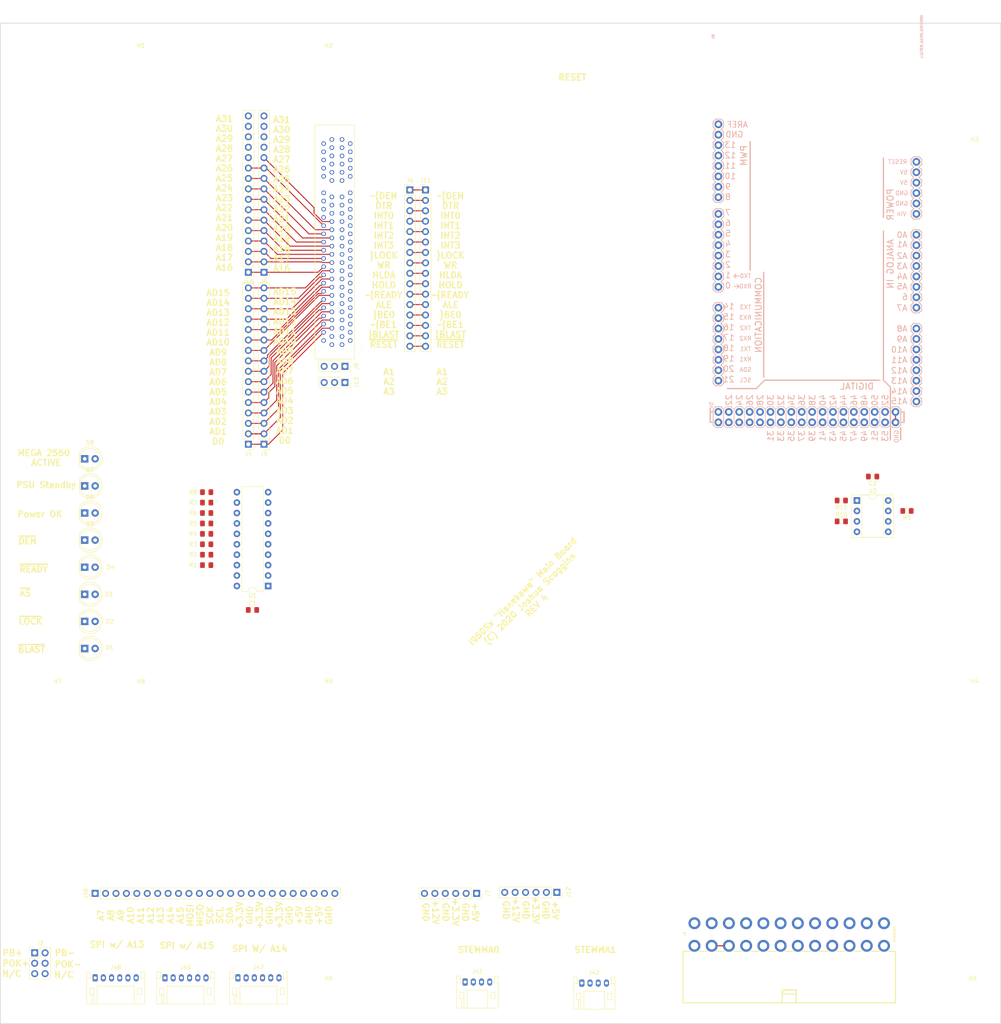
<source format=kicad_pcb>
(kicad_pcb (version 20171130) (host pcbnew 5.1.5)
  (layers (0 F.Cu signal) (1 In1.Cu signal) (2 In2.Cu signal) (31 B.Cu signal) (34 B.Paste user) (35 F.Paste user) (36 B.SilkS user hide) (37 F.SilkS user) (38 B.Mask user) (39 F.Mask user) (44 Edge.Cuts user))
  (net 0 "")
  (net 1 +12V)
  (net 2 /~RESET)
  (net 3 "Net-(B1-PadGND@)")
  (net 4 "Net-(B1-PadAREF)")
  (net 5 /A15)
  (net 6 /A14)
  (net 7 /A13)
  (net 8 /A12)
  (net 9 /A11)
  (net 10 /A10)
  (net 11 /A9)
  (net 12 /A8)
  (net 13 /A7)
  (net 14 /CLK2)
  (net 15 /DTR)
  (net 16 /~DEN)
  (net 17 /A3)
  (net 18 /A2)
  (net 19 /A1)
  (net 20 /~SS)
  (net 21 /SCK)
  (net 22 /MOSI)
  (net 23 /MISO)
  (net 24 /A31)
  (net 25 /A30)
  (net 26 /A29)
  (net 27 /A28)
  (net 28 /A27)
  (net 29 /A26)
  (net 30 /A25)
  (net 31 /A24)
  (net 32 /A23)
  (net 33 /A22)
  (net 34 /A21)
  (net 35 /A20)
  (net 36 /A19)
  (net 37 /A18)
  (net 38 /A17)
  (net 39 /A16)
  (net 40 /AD15)
  (net 41 /AD14)
  (net 42 /AD13)
  (net 43 /AD12)
  (net 44 /AD11)
  (net 45 /AD10)
  (net 46 /AD9)
  (net 47 /AD8)
  (net 48 /AD7)
  (net 49 /AD6)
  (net 50 /AD5)
  (net 51 /AD4)
  (net 52 /SCL)
  (net 53 /SDA)
  (net 54 /AD3)
  (net 55 /AD2)
  (net 56 /AD1)
  (net 57 /D0)
  (net 58 /~AS)
  (net 59 /~BLAST)
  (net 60 /~BE1)
  (net 61 /~BE0)
  (net 62 /ALE)
  (net 63 /~READY)
  (net 64 /HOLD)
  (net 65 /HLDA)
  (net 66 /WR)
  (net 67 /~LOCK)
  (net 68 "Net-(B1-Pad5V@2)")
  (net 69 "Net-(B1-Pad5V@1)")
  (net 70 /MEGA_ACTIVE)
  (net 71 /INT3)
  (net 72 /INT2)
  (net 73 "Net-(B1-Pad3.3V)")
  (net 74 /INT1)
  (net 75 /INT0)
  (net 76 "Net-(B1-Pad1)")
  (net 77 "Net-(B1-Pad0)")
  (net 78 GNDREF)
  (net 79 +3V3)
  (net 80 +5V)
  (net 81 "Net-(D1-Pad2)")
  (net 82 "Net-(D2-Pad2)")
  (net 83 "Net-(D3-Pad2)")
  (net 84 "Net-(D4-Pad2)")
  (net 85 "Net-(D5-Pad2)")
  (net 86 "Net-(D6-Pad2)")
  (net 87 "Net-(D7-Pad2)")
  (net 88 "Net-(D8-Pad2)")
  (net 89 "Net-(J1-PadB49)")
  (net 90 "Net-(J1-PadB48)")
  (net 91 "Net-(J1-PadB47)")
  (net 92 "Net-(J1-PadA46)")
  (net 93 "Net-(J1-PadA45)")
  (net 94 "Net-(J1-PadA44)")
  (net 95 "Net-(J1-PadA43)")
  (net 96 "Net-(J1-PadA42)")
  (net 97 "Net-(J1-PadA41)")
  (net 98 "Net-(J1-PadA40)")
  (net 99 "Net-(J1-PadA39)")
  (net 100 "Net-(J1-PadA38)")
  (net 101 "Net-(J1-PadA37)")
  (net 102 "Net-(J1-PadA36)")
  (net 103 "Net-(J1-PadA35)")
  (net 104 "Net-(J1-PadA34)")
  (net 105 "Net-(J1-PadA28)")
  (net 106 "Net-(J1-PadA27)")
  (net 107 "Net-(J1-PadA26)")
  (net 108 "Net-(J1-PadB14)")
  (net 109 "Net-(J1-PadB13)")
  (net 110 /GND0)
  (net 111 /GND11)
  (net 112 /POWER_OK_GND)
  (net 113 /POWER_OK)
  (net 114 /PWR_ON_GND)
  (net 115 /PWR_ON)
  (net 116 "Net-(J3-Pad20)")
  (net 117 /PSU_STANDBY)
  (net 118 "Net-(R1-Pad1)")
  (net 119 "Net-(R2-Pad1)")
  (net 120 "Net-(R3-Pad1)")
  (net 121 "Net-(R4-Pad1)")
  (net 122 "Net-(R5-Pad1)")
  (net 123 "Net-(R6-Pad1)")
  (net 124 "Net-(R7-Pad1)")
  (net 125 "Net-(R8-Pad1)")
  (net 126 "Net-(R9-Pad2)")
  (net 127 "Net-(R10-Pad2)")
  (net 128 "Net-(J3-Pad14)")
  (module MountingHole:MountingHole_3.7mm (layer F.Cu) (at 104.902 185.42)
    (fp_text reference H9 (at 0 -4.7) (layer F.SilkS))
    (fp_text value MountingHole)
    (pad 1 np_thru_hole circle (at 0 0) (size 3.7 3.7) (drill 3.7) (layers *.Cu *.Mask))
  )
  (module MountingHole:MountingHole_3.7mm (layer F.Cu) (at 59.182 185.42)
    (fp_text reference H8 (at 0 -4.7) (layer F.SilkS))
    (fp_text value MountingHole)
    (pad 1 np_thru_hole circle (at 0 0) (size 3.7 3.7) (drill 3.7) (layers *.Cu *.Mask))
  )
  (module MountingHole:MountingHole_3.7mm (layer F.Cu) (at 38.862 185.42)
    (fp_text reference H7 (at 0 -4.7) (layer F.SilkS))
    (fp_text value MountingHole)
    (pad 1 np_thru_hole circle (at 0 0) (size 3.7 3.7) (drill 3.7) (layers *.Cu *.Mask))
  )
  (module MountingHole:MountingHole_3.7mm (layer F.Cu) (at 104.902 257.81)
    (fp_text reference H6 (at 0 -4.7) (layer F.SilkS))
    (fp_text value MountingHole)
    (pad 1 np_thru_hole circle (at 0 0) (size 3.7 3.7) (drill 3.7) (layers *.Cu *.Mask))
  )
  (module MountingHole:MountingHole_3.7mm (layer F.Cu) (at 261.874 257.81)
    (fp_text reference H5 (at 0 -4.7) (layer F.SilkS))
    (fp_text value MountingHole)
    (pad 1 np_thru_hole circle (at 0 0) (size 3.7 3.7) (drill 3.7) (layers *.Cu *.Mask))
  )
  (module MountingHole:MountingHole_3.7mm (layer F.Cu) (at 262.382 185.42)
    (fp_text reference H4 (at 0 -4.7) (layer F.SilkS))
    (fp_text value MountingHole)
    (pad 1 np_thru_hole circle (at 0 0) (size 3.7 3.7) (drill 3.7) (layers *.Cu *.Mask))
  )
  (module MountingHole:MountingHole_3.7mm (layer F.Cu) (at 262.382 53.34)
    (fp_text reference H3 (at 0 -4.7) (layer F.SilkS))
    (fp_text value MountingHole)
    (pad 1 np_thru_hole circle (at 0 0) (size 3.7 3.7) (drill 3.7) (layers *.Cu *.Mask))
  )
  (module MountingHole:MountingHole_3.7mm (layer F.Cu) (at 104.902 30.48)
    (fp_text reference H2 (at 0 -4.7) (layer F.SilkS))
    (fp_text value MountingHole)
    (pad 1 np_thru_hole circle (at 0 0) (size 3.7 3.7) (drill 3.7) (layers *.Cu *.Mask))
  )
  (module MountingHole:MountingHole_3.7mm (layer F.Cu) (at 59.182 30.48)
    (fp_text reference H1 (at 0 -4.7) (layer F.SilkS))
    (fp_text value MountingHole)
    (pad 1 np_thru_hole circle (at 0 0) (size 3.7 3.7) (drill 3.7) (layers *.Cu *.Mask))
  )
  (module Boards:ARDUINO_MEGA (layer B.Cu) (at 224.028 70.612 270)
    (fp_text reference B1 (at -46.99 25.4 270) (layer B.SilkS) (effects (font (size 0.6096 0.6096) (thickness 0.127)) (justify mirror)))
    (fp_text value ARDUINO_MEGA_R3FULL (at -46.99 -25.4 270) (layer B.SilkS) (effects (font (size 0.6096 0.6096) (thickness 0.127)) (justify mirror)))
    (fp_text user 0 (at 13.6398 21.7932) (layer B.SilkS) (effects (font (size 1.4224 1.4224) (thickness 0.2032)) (justify mirror)))
    (fp_text user 1 (at 11.0998 21.7932) (layer B.SilkS) (effects (font (size 1.4224 1.4224) (thickness 0.2032)) (justify mirror)))
    (fp_text user 2 (at 8.5598 21.7932) (layer B.SilkS) (effects (font (size 1.4224 1.4224) (thickness 0.2032)) (justify mirror)))
    (fp_text user 3 (at 6.0198 21.7932) (layer B.SilkS) (effects (font (size 1.4224 1.4224) (thickness 0.2032)) (justify mirror)))
    (fp_text user 4 (at 3.4798 21.7932) (layer B.SilkS) (effects (font (size 1.4224 1.4224) (thickness 0.2032)) (justify mirror)))
    (fp_text user 5 (at 0.9398 21.7932) (layer B.SilkS) (effects (font (size 1.4224 1.4224) (thickness 0.2032)) (justify mirror)))
    (fp_text user 6 (at -1.6002 21.7932) (layer B.SilkS) (effects (font (size 1.4224 1.4224) (thickness 0.2032)) (justify mirror)))
    (fp_text user 7 (at -4.1402 21.7932) (layer B.SilkS) (effects (font (size 1.4224 1.4224) (thickness 0.2032)) (justify mirror)))
    (fp_text user 8 (at -7.9502 21.7932) (layer B.SilkS) (effects (font (size 1.4224 1.4224) (thickness 0.2032)) (justify mirror)))
    (fp_text user 9 (at -10.4902 21.7932) (layer B.SilkS) (effects (font (size 1.4224 1.4224) (thickness 0.2032)) (justify mirror)))
    (fp_text user 10 (at -13.0302 21.2344) (layer B.SilkS) (effects (font (size 1.4224 1.4224) (thickness 0.2032)) (justify mirror)))
    (fp_text user 11 (at -15.5702 21.2344) (layer B.SilkS) (effects (font (size 1.4224 1.4224) (thickness 0.2032)) (justify mirror)))
    (fp_text user 12 (at -18.1102 21.2344) (layer B.SilkS) (effects (font (size 1.4224 1.4224) (thickness 0.2032)) (justify mirror)))
    (fp_text user 13 (at -20.64766 21.2344) (layer B.SilkS) (effects (font (size 1.4224 1.4224) (thickness 0.2032)) (justify mirror)))
    (fp_text user 14 (at 18.7198 21.6154) (layer B.SilkS) (effects (font (size 1.4224 1.4224) (thickness 0.2032)) (justify mirror)))
    (fp_text user 15 (at 21.2598 21.6154) (layer B.SilkS) (effects (font (size 1.4224 1.4224) (thickness 0.2032)) (justify mirror)))
    (fp_text user 16 (at 23.7998 21.6154) (layer B.SilkS) (effects (font (size 1.4224 1.4224) (thickness 0.2032)) (justify mirror)))
    (fp_text user 17 (at 26.3398 21.6154) (layer B.SilkS) (effects (font (size 1.4224 1.4224) (thickness 0.2032)) (justify mirror)))
    (fp_text user 18 (at 28.8798 21.6154) (layer B.SilkS) (effects (font (size 1.4224 1.4224) (thickness 0.2032)) (justify mirror)))
    (fp_text user 19 (at 31.4198 21.6154) (layer B.SilkS) (effects (font (size 1.4224 1.4224) (thickness 0.2032)) (justify mirror)))
    (fp_text user 20 (at 33.9598 21.6154) (layer B.SilkS) (effects (font (size 1.4224 1.4224) (thickness 0.2032)) (justify mirror)))
    (fp_text user 21 (at 36.4998 21.6154) (layer B.SilkS) (effects (font (size 1.4224 1.4224) (thickness 0.2032)) (justify mirror)))
    (fp_text user 22 (at 41.5798 21.5392 270) (layer B.SilkS) (effects (font (size 1.4224 1.4224) (thickness 0.2032)) (justify mirror)))
    (fp_text user 24 (at 41.5798 18.9992 270) (layer B.SilkS) (effects (font (size 1.4224 1.4224) (thickness 0.2032)) (justify mirror)))
    (fp_text user 26 (at 41.5798 16.4592 270) (layer B.SilkS) (effects (font (size 1.4224 1.4224) (thickness 0.2032)) (justify mirror)))
    (fp_text user 28 (at 41.5798 13.9192 270) (layer B.SilkS) (effects (font (size 1.4224 1.4224) (thickness 0.2032)) (justify mirror)))
    (fp_text user 30 (at 41.5798 11.3792 270) (layer B.SilkS) (effects (font (size 1.4224 1.4224) (thickness 0.2032)) (justify mirror)))
    (fp_text user 32 (at 41.5798 8.83666 270) (layer B.SilkS) (effects (font (size 1.4224 1.4224) (thickness 0.2032)) (justify mirror)))
    (fp_text user 34 (at 41.5798 6.2992 270) (layer B.SilkS) (effects (font (size 1.4224 1.4224) (thickness 0.2032)) (justify mirror)))
    (fp_text user 36 (at 41.5798 3.7592 270) (layer B.SilkS) (effects (font (size 1.4224 1.4224) (thickness 0.2032)) (justify mirror)))
    (fp_text user 38 (at 41.5798 1.2192 270) (layer B.SilkS) (effects (font (size 1.4224 1.4224) (thickness 0.2032)) (justify mirror)))
    (fp_text user 40 (at 41.5798 -1.3208 270) (layer B.SilkS) (effects (font (size 1.4224 1.4224) (thickness 0.2032)) (justify mirror)))
    (fp_text user 42 (at 41.5798 -3.8608 270) (layer B.SilkS) (effects (font (size 1.4224 1.4224) (thickness 0.2032)) (justify mirror)))
    (fp_text user 44 (at 41.5798 -6.4008 270) (layer B.SilkS) (effects (font (size 1.4224 1.4224) (thickness 0.2032)) (justify mirror)))
    (fp_text user 46 (at 41.5798 -8.9408 270) (layer B.SilkS) (effects (font (size 1.4224 1.4224) (thickness 0.2032)) (justify mirror)))
    (fp_text user 50 (at 41.5798 -14.0208 270) (layer B.SilkS) (effects (font (size 1.4224 1.4224) (thickness 0.2032)) (justify mirror)))
    (fp_text user 48 (at 41.5798 -11.4808 270) (layer B.SilkS) (effects (font (size 1.4224 1.4224) (thickness 0.2032)) (justify mirror)))
    (fp_text user 52 (at 41.5798 -16.5608 270) (layer B.SilkS) (effects (font (size 1.4224 1.4224) (thickness 0.2032)) (justify mirror)))
    (fp_text user 31 (at 50.3174 11.4046 270) (layer B.SilkS) (effects (font (size 1.4224 1.4224) (thickness 0.2032)) (justify mirror)))
    (fp_text user 33 (at 50.3174 8.86206 270) (layer B.SilkS) (effects (font (size 1.4224 1.4224) (thickness 0.2032)) (justify mirror)))
    (fp_text user 35 (at 50.3174 6.3246 270) (layer B.SilkS) (effects (font (size 1.4224 1.4224) (thickness 0.2032)) (justify mirror)))
    (fp_text user 37 (at 50.3174 3.7846 270) (layer B.SilkS) (effects (font (size 1.4224 1.4224) (thickness 0.2032)) (justify mirror)))
    (fp_text user 39 (at 50.3174 1.2446 270) (layer B.SilkS) (effects (font (size 1.4224 1.4224) (thickness 0.2032)) (justify mirror)))
    (fp_text user 41 (at 50.3174 -1.29286 270) (layer B.SilkS) (effects (font (size 1.4224 1.4224) (thickness 0.2032)) (justify mirror)))
    (fp_text user 43 (at 50.3174 -3.8354 270) (layer B.SilkS) (effects (font (size 1.4224 1.4224) (thickness 0.2032)) (justify mirror)))
    (fp_text user 45 (at 50.3174 -6.3754 270) (layer B.SilkS) (effects (font (size 1.4224 1.4224) (thickness 0.2032)) (justify mirror)))
    (fp_text user 47 (at 50.3174 -8.9154 270) (layer B.SilkS) (effects (font (size 1.4224 1.4224) (thickness 0.2032)) (justify mirror)))
    (fp_text user 49 (at 50.3174 -11.4554 270) (layer B.SilkS) (effects (font (size 1.4224 1.4224) (thickness 0.2032)) (justify mirror)))
    (fp_text user 51 (at 50.3174 -13.9954 270) (layer B.SilkS) (effects (font (size 1.4224 1.4224) (thickness 0.2032)) (justify mirror)))
    (fp_text user 53 (at 50.3174 -16.5354 270) (layer B.SilkS) (effects (font (size 1.4224 1.4224) (thickness 0.2032)) (justify mirror)))
    (fp_text user A0 (at 1.3208 -20.64766) (layer B.SilkS) (effects (font (size 1.4224 1.4224) (thickness 0.2032)) (justify mirror)))
    (fp_text user A1 (at 3.60426 -20.64766) (layer B.SilkS) (effects (font (size 1.4224 1.4224) (thickness 0.2032)) (justify mirror)))
    (fp_text user A2 (at 6.4008 -20.64766) (layer B.SilkS) (effects (font (size 1.4224 1.4224) (thickness 0.2032)) (justify mirror)))
    (fp_text user A3 (at 8.9408 -20.64766) (layer B.SilkS) (effects (font (size 1.4224 1.4224) (thickness 0.2032)) (justify mirror)))
    (fp_text user A4 (at 11.4808 -20.64766) (layer B.SilkS) (effects (font (size 1.4224 1.4224) (thickness 0.2032)) (justify mirror)))
    (fp_text user A5 (at 13.8938 -20.64766) (layer B.SilkS) (effects (font (size 1.4224 1.4224) (thickness 0.2032)) (justify mirror)))
    (fp_text user 6 (at 16.4338 -21.3614) (layer B.SilkS) (effects (font (size 1.4224 1.4224) (thickness 0.2032)) (justify mirror)))
    (fp_text user A7 (at 19.1008 -20.64766) (layer B.SilkS) (effects (font (size 1.4224 1.4224) (thickness 0.2032)) (justify mirror)))
    (fp_text user A8 (at 24.1808 -20.64766) (layer B.SilkS) (effects (font (size 1.4224 1.4224) (thickness 0.2032)) (justify mirror)))
    (fp_text user A9 (at 26.7208 -20.64766) (layer B.SilkS) (effects (font (size 1.4224 1.4224) (thickness 0.2032)) (justify mirror)))
    (fp_text user A10 (at 29.2608 -19.939) (layer B.SilkS) (effects (font (size 1.4224 1.4224) (thickness 0.2032)) (justify mirror)))
    (fp_text user A11 (at 31.8008 -19.939) (layer B.SilkS) (effects (font (size 1.4224 1.4224) (thickness 0.2032)) (justify mirror)))
    (fp_text user A12 (at 34.3408 -19.939) (layer B.SilkS) (effects (font (size 1.4224 1.4224) (thickness 0.2032)) (justify mirror)))
    (fp_text user A13 (at 36.8808 -19.939) (layer B.SilkS) (effects (font (size 1.4224 1.4224) (thickness 0.2032)) (justify mirror)))
    (fp_text user A14 (at 39.4208 -19.939) (layer B.SilkS) (effects (font (size 1.4224 1.4224) (thickness 0.2032)) (justify mirror)))
    (fp_text user A15 (at 41.8338 -19.939) (layer B.SilkS) (effects (font (size 1.4224 1.4224) (thickness 0.2032)) (justify mirror)))
    (fp_text user "ANALOG IN" (at 8.382 -17.78 270) (layer B.SilkS) (effects (font (size 1.524 1.524) (thickness 0.2286)) (justify mirror)))
    (fp_text user COMMUNICATION (at 20.828 14.34846 270) (layer B.SilkS) (effects (font (size 1.524 1.524) (thickness 0.2286)) (justify mirror)))
    (fp_text user DIGITAL (at 38.22446 -9.652) (layer B.SilkS) (effects (font (size 1.524 1.524) (thickness 0.2286)) (justify mirror)))
    (fp_text user GND (at 50.419 -19.2786 270) (layer B.SilkS) (effects (font (size 1.016 1.016) (thickness 0.1524)) (justify mirror)))
    (fp_text user TX0 (at 11.303 17.52346) (layer B.SilkS) (effects (font (size 1.016 1.016) (thickness 0.1524)) (justify mirror)))
    (fp_text user RX0 (at 13.843 17.52346) (layer B.SilkS) (effects (font (size 1.016 1.016) (thickness 0.1524)) (justify mirror)))
    (fp_text user PWM (at -18.034 17.907 270) (layer B.SilkS) (effects (font (size 1.524 1.524) (thickness 0.2286)) (justify mirror)))
    (fp_text user TX3 (at 18.923 17.52346) (layer B.SilkS) (effects (font (size 1.016 1.016) (thickness 0.1524)) (justify mirror)))
    (fp_text user RX3 (at 21.463 17.52346) (layer B.SilkS) (effects (font (size 1.016 1.016) (thickness 0.1524)) (justify mirror)))
    (fp_text user TX2 (at 24.003 17.52346) (layer B.SilkS) (effects (font (size 1.016 1.016) (thickness 0.1524)) (justify mirror)))
    (fp_text user RX2 (at 26.543 17.52346) (layer B.SilkS) (effects (font (size 1.016 1.016) (thickness 0.1524)) (justify mirror)))
    (fp_text user TX1 (at 29.083 17.52346) (layer B.SilkS) (effects (font (size 1.016 1.016) (thickness 0.1524)) (justify mirror)))
    (fp_text user RX1 (at 31.623 17.52346) (layer B.SilkS) (effects (font (size 1.016 1.016) (thickness 0.1524)) (justify mirror)))
    (fp_text user SDA (at 34.163 17.52346) (layer B.SilkS) (effects (font (size 1.016 1.016) (thickness 0.1524)) (justify mirror)))
    (fp_text user SCL (at 36.703 17.52346) (layer B.SilkS) (effects (font (size 1.016 1.016) (thickness 0.1524)) (justify mirror)))
    (fp_text user POWER (at -6.096 -17.78 270) (layer B.SilkS) (effects (font (size 1.524 1.524) (thickness 0.2286)) (justify mirror)))
    (fp_text user RESET (at -16.51 -19.5326) (layer B.SilkS) (effects (font (size 1.016 1.016) (thickness 0.1524)) (justify mirror)))
    (fp_text user 5V (at -13.97 -21.0566) (layer B.SilkS) (effects (font (size 1.016 1.016) (thickness 0.1524)) (justify mirror)))
    (fp_text user 5V (at -11.43 -21.0566) (layer B.SilkS) (effects (font (size 1.016 1.016) (thickness 0.1524)) (justify mirror)))
    (fp_text user GND (at -8.89 -20.5486) (layer B.SilkS) (effects (font (size 1.016 1.016) (thickness 0.1524)) (justify mirror)))
    (fp_text user GND (at -6.35 -20.5486) (layer B.SilkS) (effects (font (size 1.016 1.016) (thickness 0.1524)) (justify mirror)))
    (fp_text user Vin (at -3.81 -20.5486) (layer B.SilkS) (effects (font (size 1.016 1.016) (thickness 0.1524)) (justify mirror)))
    (fp_text user GND (at -23.1648 20.2184 180) (layer B.SilkS) (effects (font (size 1.4224 1.4224) (thickness 0.2032)) (justify mirror)))
    (fp_text user AREF (at -25.57526 19.5072 180) (layer B.SilkS) (effects (font (size 1.4224 1.4224) (thickness 0.2032)) (justify mirror)))
    (fp_text user 5V (at 42.799 25.8445 270) (layer B.SilkS) (effects (font (size 0.889 0.889) (thickness 0.127)) (justify mirror)))
    (pad 0 thru_hole circle (at 13.97 24.13 270) (size 1.8796 1.8796) (drill 1.016) (layers *.Cu *.Mask) (net 77 "Net-(B1-Pad0)"))
    (pad 1 thru_hole circle (at 11.43 24.13 270) (size 1.8796 1.8796) (drill 1.016) (layers *.Cu *.Mask) (net 76 "Net-(B1-Pad1)"))
    (pad 2 thru_hole circle (at 8.89 24.13 270) (size 1.8796 1.8796) (drill 1.016) (layers *.Cu *.Mask) (net 61 /~BE0))
    (pad 3 thru_hole circle (at 6.35 24.13 270) (size 1.8796 1.8796) (drill 1.016) (layers *.Cu *.Mask) (net 62 /ALE))
    (pad 3.3V thru_hole circle (at -13.97 -24.13 270) (size 1.8796 1.8796) (drill 1.016) (layers *.Cu *.Mask) (net 73 "Net-(B1-Pad3.3V)"))
    (pad 4 thru_hole circle (at 3.81 24.13 270) (size 1.8796 1.8796) (drill 1.016) (layers *.Cu *.Mask) (net 63 /~READY))
    (pad 5 thru_hole circle (at 1.27 24.13 270) (size 1.8796 1.8796) (drill 1.016) (layers *.Cu *.Mask) (net 64 /HOLD))
    (pad 5V@0 thru_hole circle (at -11.43 -24.13 270) (size 1.8796 1.8796) (drill 1.016) (layers *.Cu *.Mask) (net 70 /MEGA_ACTIVE))
    (pad 5V@1 thru_hole circle (at 44.45 24.13 270) (size 1.8796 1.8796) (drill 1.016) (layers *.Cu *.Mask) (net 69 "Net-(B1-Pad5V@1)"))
    (pad 5V@2 thru_hole circle (at 46.99 24.13 270) (size 1.8796 1.8796) (drill 1.016) (layers *.Cu *.Mask) (net 68 "Net-(B1-Pad5V@2)"))
    (pad 6 thru_hole circle (at -1.27 24.13 270) (size 1.8796 1.8796) (drill 1.016) (layers *.Cu *.Mask) (net 65 /HLDA))
    (pad 7 thru_hole circle (at -3.81 24.13 270) (size 1.8796 1.8796) (drill 1.016) (layers *.Cu *.Mask) (net 66 /WR))
    (pad 8 thru_hole circle (at -7.874 24.13 270) (size 1.8796 1.8796) (drill 1.016) (layers *.Cu *.Mask) (net 67 /~LOCK))
    (pad 9 thru_hole circle (at -10.414 24.13 270) (size 1.8796 1.8796) (drill 1.016) (layers *.Cu *.Mask) (net 71 /INT3))
    (pad 10 thru_hole circle (at -12.954 24.13 270) (size 1.8796 1.8796) (drill 1.016) (layers *.Cu *.Mask) (net 72 /INT2))
    (pad 11 thru_hole circle (at -15.494 24.13 270) (size 1.8796 1.8796) (drill 1.016) (layers *.Cu *.Mask) (net 74 /INT1))
    (pad 12 thru_hole circle (at -18.034 24.13 270) (size 1.8796 1.8796) (drill 1.016) (layers *.Cu *.Mask) (net 75 /INT0))
    (pad 13 thru_hole circle (at -20.574 24.13 270) (size 1.8796 1.8796) (drill 1.016) (layers *.Cu *.Mask) (net 60 /~BE1))
    (pad 14 thru_hole circle (at 19.05 24.13 270) (size 1.8796 1.8796) (drill 1.016) (layers *.Cu *.Mask) (net 59 /~BLAST))
    (pad 15 thru_hole circle (at 21.59 24.13 270) (size 1.8796 1.8796) (drill 1.016) (layers *.Cu *.Mask) (net 58 /~AS))
    (pad 16 thru_hole circle (at 24.13 24.13 270) (size 1.8796 1.8796) (drill 1.016) (layers *.Cu *.Mask) (net 57 /D0))
    (pad 17 thru_hole circle (at 26.67 24.13 270) (size 1.8796 1.8796) (drill 1.016) (layers *.Cu *.Mask) (net 56 /AD1))
    (pad 18 thru_hole circle (at 29.21 24.13 270) (size 1.8796 1.8796) (drill 1.016) (layers *.Cu *.Mask) (net 55 /AD2))
    (pad 19 thru_hole circle (at 31.75 24.13 270) (size 1.8796 1.8796) (drill 1.016) (layers *.Cu *.Mask) (net 54 /AD3))
    (pad 20 thru_hole circle (at 34.29 24.13 270) (size 1.8796 1.8796) (drill 1.016) (layers *.Cu *.Mask) (net 53 /SDA))
    (pad 21 thru_hole circle (at 36.83 24.13 270) (size 1.8796 1.8796) (drill 1.016) (layers *.Cu *.Mask) (net 52 /SCL))
    (pad 22 thru_hole circle (at 44.45 21.59 270) (size 1.8796 3.7592) (drill 1.016) (layers *.Cu *.Mask) (net 51 /AD4))
    (pad 23 thru_hole circle (at 46.99 21.59 270) (size 1.8796 3.7592) (drill 1.016) (layers *.Cu *.Mask) (net 50 /AD5))
    (pad 24 thru_hole circle (at 44.45 19.05 270) (size 1.8796 3.7592) (drill 1.016) (layers *.Cu *.Mask) (net 49 /AD6))
    (pad 25 thru_hole circle (at 46.99 19.05 270) (size 1.8796 3.7592) (drill 1.016) (layers *.Cu *.Mask) (net 48 /AD7))
    (pad 26 thru_hole circle (at 44.45 16.51 270) (size 1.8796 3.7592) (drill 1.016) (layers *.Cu *.Mask) (net 47 /AD8))
    (pad 27 thru_hole circle (at 46.99 16.51 270) (size 1.8796 3.7592) (drill 1.016) (layers *.Cu *.Mask) (net 46 /AD9))
    (pad 28 thru_hole circle (at 44.45 13.97 270) (size 1.8796 3.7592) (drill 1.016) (layers *.Cu *.Mask) (net 45 /AD10))
    (pad 29 thru_hole circle (at 46.99 13.97 270) (size 1.8796 3.7592) (drill 1.016) (layers *.Cu *.Mask) (net 44 /AD11))
    (pad 30 thru_hole circle (at 44.45 11.43 270) (size 1.8796 3.7592) (drill 1.016) (layers *.Cu *.Mask) (net 43 /AD12))
    (pad 31 thru_hole circle (at 46.99 11.43 270) (size 1.8796 3.7592) (drill 1.016) (layers *.Cu *.Mask) (net 42 /AD13))
    (pad 32 thru_hole circle (at 44.45 8.89 270) (size 1.8796 3.7592) (drill 1.016) (layers *.Cu *.Mask) (net 41 /AD14))
    (pad 33 thru_hole circle (at 46.99 8.89 270) (size 1.8796 3.7592) (drill 1.016) (layers *.Cu *.Mask) (net 40 /AD15))
    (pad 34 thru_hole circle (at 44.45 6.35 270) (size 1.8796 3.7592) (drill 1.016) (layers *.Cu *.Mask) (net 39 /A16))
    (pad 35 thru_hole circle (at 46.99 6.35 270) (size 1.8796 3.7592) (drill 1.016) (layers *.Cu *.Mask) (net 38 /A17))
    (pad 36 thru_hole circle (at 44.45 3.81 270) (size 1.8796 3.7592) (drill 1.016) (layers *.Cu *.Mask) (net 37 /A18))
    (pad 37 thru_hole circle (at 46.99 3.81 270) (size 1.8796 3.7592) (drill 1.016) (layers *.Cu *.Mask) (net 36 /A19))
    (pad 38 thru_hole circle (at 44.45 1.27 270) (size 1.8796 3.7592) (drill 1.016) (layers *.Cu *.Mask) (net 35 /A20))
    (pad 39 thru_hole circle (at 46.99 1.27 270) (size 1.8796 3.7592) (drill 1.016) (layers *.Cu *.Mask) (net 34 /A21))
    (pad 40 thru_hole circle (at 44.45 -1.27 270) (size 1.8796 3.7592) (drill 1.016) (layers *.Cu *.Mask) (net 33 /A22))
    (pad 41 thru_hole circle (at 46.99 -1.27 270) (size 1.8796 3.7592) (drill 1.016) (layers *.Cu *.Mask) (net 32 /A23))
    (pad 42 thru_hole circle (at 44.45 -3.81 270) (size 1.8796 3.7592) (drill 1.016) (layers *.Cu *.Mask) (net 31 /A24))
    (pad 43 thru_hole circle (at 46.99 -3.81 270) (size 1.8796 3.7592) (drill 1.016) (layers *.Cu *.Mask) (net 30 /A25))
    (pad 44 thru_hole circle (at 44.45 -6.35 270) (size 1.8796 3.7592) (drill 1.016) (layers *.Cu *.Mask) (net 29 /A26))
    (pad 45 thru_hole circle (at 46.99 -6.35 270) (size 1.8796 3.7592) (drill 1.016) (layers *.Cu *.Mask) (net 28 /A27))
    (pad 46 thru_hole circle (at 44.45 -8.89 270) (size 1.8796 3.7592) (drill 1.016) (layers *.Cu *.Mask) (net 27 /A28))
    (pad 47 thru_hole circle (at 46.99 -8.89 270) (size 1.8796 3.7592) (drill 1.016) (layers *.Cu *.Mask) (net 26 /A29))
    (pad 48 thru_hole circle (at 44.45 -11.43 270) (size 1.8796 3.7592) (drill 1.016) (layers *.Cu *.Mask) (net 25 /A30))
    (pad 49 thru_hole circle (at 46.99 -11.43 270) (size 1.8796 3.7592) (drill 1.016) (layers *.Cu *.Mask) (net 24 /A31))
    (pad 50 thru_hole circle (at 44.45 -13.97 270) (size 1.8796 3.7592) (drill 1.016) (layers *.Cu *.Mask) (net 23 /MISO))
    (pad 51 thru_hole circle (at 46.99 -13.97 270) (size 1.8796 3.7592) (drill 1.016) (layers *.Cu *.Mask) (net 22 /MOSI))
    (pad 52 thru_hole circle (at 44.45 -16.51 270) (size 1.8796 3.7592) (drill 1.016) (layers *.Cu *.Mask) (net 21 /SCK))
    (pad 53 thru_hole circle (at 46.99 -16.51 270) (size 1.8796 3.7592) (drill 1.016) (layers *.Cu *.Mask) (net 20 /~SS))
    (pad A0 thru_hole circle (at 1.27 -24.13 270) (size 1.8796 1.8796) (drill 1.016) (layers *.Cu *.Mask) (net 19 /A1))
    (pad A1 thru_hole circle (at 3.81 -24.13 270) (size 1.8796 1.8796) (drill 1.016) (layers *.Cu *.Mask) (net 18 /A2))
    (pad A2 thru_hole circle (at 6.35 -24.13 270) (size 1.8796 1.8796) (drill 1.016) (layers *.Cu *.Mask) (net 17 /A3))
    (pad A3 thru_hole circle (at 8.89 -24.13 270) (size 1.8796 1.8796) (drill 1.016) (layers *.Cu *.Mask) (net 16 /~DEN))
    (pad A4 thru_hole circle (at 11.43 -24.13 270) (size 1.8796 1.8796) (drill 1.016) (layers *.Cu *.Mask) (net 15 /DTR))
    (pad A5 thru_hole circle (at 13.97 -24.13 270) (size 1.8796 1.8796) (drill 1.016) (layers *.Cu *.Mask) (net 14 /CLK2))
    (pad A6 thru_hole circle (at 16.51 -24.13 270) (size 1.8796 1.8796) (drill 1.016) (layers *.Cu *.Mask) (net 2 /~RESET))
    (pad A7 thru_hole circle (at 19.05 -24.13 270) (size 1.8796 1.8796) (drill 1.016) (layers *.Cu *.Mask) (net 13 /A7))
    (pad A8 thru_hole circle (at 24.13 -24.13 270) (size 1.8796 1.8796) (drill 1.016) (layers *.Cu *.Mask) (net 12 /A8))
    (pad A9 thru_hole circle (at 26.67 -24.13 270) (size 1.8796 1.8796) (drill 1.016) (layers *.Cu *.Mask) (net 11 /A9))
    (pad A10 thru_hole circle (at 29.21 -24.13 270) (size 1.8796 1.8796) (drill 1.016) (layers *.Cu *.Mask) (net 10 /A10))
    (pad A11 thru_hole circle (at 31.75 -24.13 270) (size 1.8796 1.8796) (drill 1.016) (layers *.Cu *.Mask) (net 9 /A11))
    (pad A12 thru_hole circle (at 34.29 -24.13 270) (size 1.8796 1.8796) (drill 1.016) (layers *.Cu *.Mask) (net 8 /A12))
    (pad A13 thru_hole circle (at 36.83 -24.13 270) (size 1.8796 1.8796) (drill 1.016) (layers *.Cu *.Mask) (net 7 /A13))
    (pad A14 thru_hole circle (at 39.37 -24.13 270) (size 1.8796 1.8796) (drill 1.016) (layers *.Cu *.Mask) (net 6 /A14))
    (pad A15 thru_hole circle (at 41.91 -24.13 270) (size 1.8796 1.8796) (drill 1.016) (layers *.Cu *.Mask) (net 5 /A15))
    (pad AREF thru_hole circle (at -25.654 24.13 270) (size 1.8796 1.8796) (drill 1.016) (layers *.Cu *.Mask) (net 4 "Net-(B1-PadAREF)"))
    (pad GND@ thru_hole circle (at -8.89 -24.13 270) (size 1.8796 1.8796) (drill 1.016) (layers *.Cu *.Mask) (net 3 "Net-(B1-PadGND@)"))
    (pad GND@ thru_hole circle (at -6.35 -24.13 270) (size 1.8796 1.8796) (drill 1.016) (layers *.Cu *.Mask) (net 3 "Net-(B1-PadGND@)"))
    (pad GND@ thru_hole circle (at 44.45 -19.05 270) (size 1.8796 1.8796) (drill 1.016) (layers *.Cu *.Mask) (net 3 "Net-(B1-PadGND@)"))
    (pad GND@ thru_hole circle (at 46.99 -19.05 270) (size 1.8796 1.8796) (drill 1.016) (layers *.Cu *.Mask) (net 3 "Net-(B1-PadGND@)"))
    (pad GND@ thru_hole circle (at -23.114 24.13 270) (size 1.8796 1.8796) (drill 1.016) (layers *.Cu *.Mask) (net 3 "Net-(B1-PadGND@)"))
    (pad RESE thru_hole circle (at -16.51 -24.13 270) (size 1.8796 1.8796) (drill 1.016) (layers *.Cu *.Mask) (net 2 /~RESET))
    (pad VIN thru_hole circle (at -3.81 -24.13 270) (size 1.8796 1.8796) (drill 1.016) (layers *.Cu *.Mask) (net 1 +12V))
    (pad "" np_thru_hole circle (at -34.29 24.13 270) (size 3.19786 3.19786) (drill 3.19786) (layers *.Cu *.Mask))
    (pad "" np_thru_hole circle (at -35.56 -24.13 270) (size 3.19786 3.19786) (drill 3.19786) (layers *.Cu *.Mask))
    (pad "" np_thru_hole circle (at 16.51 8.89 270) (size 3.19786 3.19786) (drill 3.19786) (layers *.Cu *.Mask))
    (pad "" np_thru_hole circle (at 16.51 -19.05 270) (size 3.19786 3.19786) (drill 3.19786) (layers *.Cu *.Mask))
    (pad "" np_thru_hole circle (at 40.64 24.13 270) (size 3.19786 3.19786) (drill 3.19786) (layers *.Cu *.Mask))
    (pad "" np_thru_hole circle (at 46.99 -24.13 270) (size 3.19786 3.19786) (drill 3.19786) (layers *.Cu *.Mask))
  )
  (module Package_DIP:DIP-8_W7.62mm_Socket (layer F.Cu) (at 233.68 136.652)
    (fp_text reference U2 (at 3.81 -2.33) (layer F.SilkS))
    (fp_text value 23LC1024)
    (pad 8 thru_hole oval (at 7.62 0) (size 1.6 1.6) (drill 0.8) (layers *.Cu *.Mask) (net 80 +5V))
    (pad 4 thru_hole oval (at 0 7.62) (size 1.6 1.6) (drill 0.8) (layers *.Cu *.Mask) (net 78 GNDREF))
    (pad 7 thru_hole oval (at 7.62 2.54) (size 1.6 1.6) (drill 0.8) (layers *.Cu *.Mask) (net 126 "Net-(R9-Pad2)"))
    (pad 3 thru_hole oval (at 0 5.08) (size 1.6 1.6) (drill 0.8) (layers *.Cu *.Mask) (net 127 "Net-(R10-Pad2)"))
    (pad 6 thru_hole oval (at 7.62 5.08) (size 1.6 1.6) (drill 0.8) (layers *.Cu *.Mask) (net 21 /SCK))
    (pad 2 thru_hole oval (at 0 2.54) (size 1.6 1.6) (drill 0.8) (layers *.Cu *.Mask) (net 23 /MISO))
    (pad 5 thru_hole oval (at 7.62 7.62) (size 1.6 1.6) (drill 0.8) (layers *.Cu *.Mask) (net 22 /MOSI))
    (pad 1 thru_hole rect (at 0 0) (size 1.6 1.6) (drill 0.8) (layers *.Cu *.Mask) (net 20 /~SS))
  )
  (module Connector_PinSocket_2.54mm:PinSocket_1x03_P2.54mm_Vertical (layer F.Cu) (at 108.9025 107.8865 270)
    (fp_text reference J13 (at 0 -2.77 90) (layer F.SilkS))
    (fp_text value Conn_01x03)
    (pad 3 thru_hole oval (at 0 5.08 270) (size 1.7 1.7) (drill 1) (layers *.Cu *.Mask) (net 17 /A3))
    (pad 2 thru_hole oval (at 0 2.54 270) (size 1.7 1.7) (drill 1) (layers *.Cu *.Mask) (net 18 /A2))
    (pad 1 thru_hole rect (at 0 0 270) (size 1.7 1.7) (drill 1) (layers *.Cu *.Mask) (net 19 /A1))
  )
  (module Connector_PinSocket_2.54mm:PinSocket_1x03_P2.54mm_Vertical (layer F.Cu) (at 108.9025 103.9495 270)
    (fp_text reference J8 (at 0 -2.77 90) (layer F.SilkS))
    (fp_text value Conn_01x03)
    (pad 3 thru_hole oval (at 0 5.08 270) (size 1.7 1.7) (drill 1) (layers *.Cu *.Mask) (net 17 /A3))
    (pad 2 thru_hole oval (at 0 2.54 270) (size 1.7 1.7) (drill 1) (layers *.Cu *.Mask) (net 18 /A2))
    (pad 1 thru_hole rect (at 0 0 270) (size 1.7 1.7) (drill 1) (layers *.Cu *.Mask) (net 19 /A1))
  )
  (module Connector_PinSocket_2.54mm:PinSocket_1x06_P2.54mm_Vertical (layer F.Cu) (at 160.528 232.156 270)
    (fp_text reference J12 (at 0 -2.77 90) (layer F.SilkS))
    (fp_text value Conn_01x06)
    (pad 6 thru_hole oval (at 0 12.7 270) (size 1.7 1.7) (drill 1) (layers *.Cu *.Mask) (net 78 GNDREF))
    (pad 5 thru_hole oval (at 0 10.16 270) (size 1.7 1.7) (drill 1) (layers *.Cu *.Mask) (net 1 +12V))
    (pad 4 thru_hole oval (at 0 7.62 270) (size 1.7 1.7) (drill 1) (layers *.Cu *.Mask) (net 78 GNDREF))
    (pad 3 thru_hole oval (at 0 5.08 270) (size 1.7 1.7) (drill 1) (layers *.Cu *.Mask) (net 79 +3V3))
    (pad 2 thru_hole oval (at 0 2.54 270) (size 1.7 1.7) (drill 1) (layers *.Cu *.Mask) (net 78 GNDREF))
    (pad 1 thru_hole rect (at 0 0 270) (size 1.7 1.7) (drill 1) (layers *.Cu *.Mask) (net 80 +5V))
  )
  (module Connector_PinHeader_2.54mm:PinHeader_1x16_P2.54mm_Vertical (layer F.Cu) (at 128.524 60.96)
    (fp_text reference J11 (at 0 -2.33) (layer F.SilkS))
    (fp_text value Conn_01x16)
    (pad 16 thru_hole oval (at 0 38.1) (size 1.7 1.7) (drill 1) (layers *.Cu *.Mask) (net 2 /~RESET))
    (pad 15 thru_hole oval (at 0 35.56) (size 1.7 1.7) (drill 1) (layers *.Cu *.Mask) (net 59 /~BLAST))
    (pad 14 thru_hole oval (at 0 33.02) (size 1.7 1.7) (drill 1) (layers *.Cu *.Mask) (net 60 /~BE1))
    (pad 13 thru_hole oval (at 0 30.48) (size 1.7 1.7) (drill 1) (layers *.Cu *.Mask) (net 61 /~BE0))
    (pad 12 thru_hole oval (at 0 27.94) (size 1.7 1.7) (drill 1) (layers *.Cu *.Mask) (net 62 /ALE))
    (pad 11 thru_hole oval (at 0 25.4) (size 1.7 1.7) (drill 1) (layers *.Cu *.Mask) (net 63 /~READY))
    (pad 10 thru_hole oval (at 0 22.86) (size 1.7 1.7) (drill 1) (layers *.Cu *.Mask) (net 64 /HOLD))
    (pad 9 thru_hole oval (at 0 20.32) (size 1.7 1.7) (drill 1) (layers *.Cu *.Mask) (net 65 /HLDA))
    (pad 8 thru_hole oval (at 0 17.78) (size 1.7 1.7) (drill 1) (layers *.Cu *.Mask) (net 66 /WR))
    (pad 7 thru_hole oval (at 0 15.24) (size 1.7 1.7) (drill 1) (layers *.Cu *.Mask) (net 67 /~LOCK))
    (pad 6 thru_hole oval (at 0 12.7) (size 1.7 1.7) (drill 1) (layers *.Cu *.Mask) (net 71 /INT3))
    (pad 5 thru_hole oval (at 0 10.16) (size 1.7 1.7) (drill 1) (layers *.Cu *.Mask) (net 72 /INT2))
    (pad 4 thru_hole oval (at 0 7.62) (size 1.7 1.7) (drill 1) (layers *.Cu *.Mask) (net 74 /INT1))
    (pad 3 thru_hole oval (at 0 5.08) (size 1.7 1.7) (drill 1) (layers *.Cu *.Mask) (net 75 /INT0))
    (pad 2 thru_hole oval (at 0 2.54) (size 1.7 1.7) (drill 1) (layers *.Cu *.Mask) (net 15 /DTR))
    (pad 1 thru_hole rect (at 0 0) (size 1.7 1.7) (drill 1) (layers *.Cu *.Mask) (net 16 /~DEN))
  )
  (module Connector_PinHeader_2.54mm:PinHeader_1x16_P2.54mm_Vertical (layer F.Cu) (at 85.344 81.026 180)
    (fp_text reference J10 (at 0 -2.33) (layer F.SilkS))
    (fp_text value Conn_01x16)
    (pad 16 thru_hole oval (at 0 38.1 180) (size 1.7 1.7) (drill 1) (layers *.Cu *.Mask) (net 24 /A31))
    (pad 15 thru_hole oval (at 0 35.56 180) (size 1.7 1.7) (drill 1) (layers *.Cu *.Mask) (net 25 /A30))
    (pad 14 thru_hole oval (at 0 33.02 180) (size 1.7 1.7) (drill 1) (layers *.Cu *.Mask) (net 26 /A29))
    (pad 13 thru_hole oval (at 0 30.48 180) (size 1.7 1.7) (drill 1) (layers *.Cu *.Mask) (net 27 /A28))
    (pad 12 thru_hole oval (at 0 27.94 180) (size 1.7 1.7) (drill 1) (layers *.Cu *.Mask) (net 28 /A27))
    (pad 11 thru_hole oval (at 0 25.4 180) (size 1.7 1.7) (drill 1) (layers *.Cu *.Mask) (net 29 /A26))
    (pad 10 thru_hole oval (at 0 22.86 180) (size 1.7 1.7) (drill 1) (layers *.Cu *.Mask) (net 30 /A25))
    (pad 9 thru_hole oval (at 0 20.32 180) (size 1.7 1.7) (drill 1) (layers *.Cu *.Mask) (net 31 /A24))
    (pad 8 thru_hole oval (at 0 17.78 180) (size 1.7 1.7) (drill 1) (layers *.Cu *.Mask) (net 32 /A23))
    (pad 7 thru_hole oval (at 0 15.24 180) (size 1.7 1.7) (drill 1) (layers *.Cu *.Mask) (net 33 /A22))
    (pad 6 thru_hole oval (at 0 12.7 180) (size 1.7 1.7) (drill 1) (layers *.Cu *.Mask) (net 34 /A21))
    (pad 5 thru_hole oval (at 0 10.16 180) (size 1.7 1.7) (drill 1) (layers *.Cu *.Mask) (net 35 /A20))
    (pad 4 thru_hole oval (at 0 7.62 180) (size 1.7 1.7) (drill 1) (layers *.Cu *.Mask) (net 36 /A19))
    (pad 3 thru_hole oval (at 0 5.08 180) (size 1.7 1.7) (drill 1) (layers *.Cu *.Mask) (net 37 /A18))
    (pad 2 thru_hole oval (at 0 2.54 180) (size 1.7 1.7) (drill 1) (layers *.Cu *.Mask) (net 38 /A17))
    (pad 1 thru_hole rect (at 0 0 180) (size 1.7 1.7) (drill 1) (layers *.Cu *.Mask) (net 39 /A16))
  )
  (module Connector_PinSocket_2.54mm:PinSocket_1x06_P2.54mm_Vertical (layer F.Cu) (at 140.97 232.41 270)
    (fp_text reference J7 (at 0 -2.77 90) (layer F.SilkS))
    (fp_text value Conn_01x06)
    (pad 6 thru_hole oval (at 0 12.7 270) (size 1.7 1.7) (drill 1) (layers *.Cu *.Mask) (net 78 GNDREF))
    (pad 5 thru_hole oval (at 0 10.16 270) (size 1.7 1.7) (drill 1) (layers *.Cu *.Mask) (net 1 +12V))
    (pad 4 thru_hole oval (at 0 7.62 270) (size 1.7 1.7) (drill 1) (layers *.Cu *.Mask) (net 78 GNDREF))
    (pad 3 thru_hole oval (at 0 5.08 270) (size 1.7 1.7) (drill 1) (layers *.Cu *.Mask) (net 79 +3V3))
    (pad 2 thru_hole oval (at 0 2.54 270) (size 1.7 1.7) (drill 1) (layers *.Cu *.Mask) (net 78 GNDREF))
    (pad 1 thru_hole rect (at 0 0 270) (size 1.7 1.7) (drill 1) (layers *.Cu *.Mask) (net 80 +5V))
  )
  (module Connector_PinHeader_2.54mm:PinHeader_1x16_P2.54mm_Vertical (layer F.Cu) (at 124.714 60.96)
    (fp_text reference J6 (at 0 -2.33) (layer F.SilkS))
    (fp_text value Conn_01x16)
    (pad 16 thru_hole oval (at 0 38.1) (size 1.7 1.7) (drill 1) (layers *.Cu *.Mask) (net 2 /~RESET))
    (pad 15 thru_hole oval (at 0 35.56) (size 1.7 1.7) (drill 1) (layers *.Cu *.Mask) (net 59 /~BLAST))
    (pad 14 thru_hole oval (at 0 33.02) (size 1.7 1.7) (drill 1) (layers *.Cu *.Mask) (net 60 /~BE1))
    (pad 13 thru_hole oval (at 0 30.48) (size 1.7 1.7) (drill 1) (layers *.Cu *.Mask) (net 61 /~BE0))
    (pad 12 thru_hole oval (at 0 27.94) (size 1.7 1.7) (drill 1) (layers *.Cu *.Mask) (net 62 /ALE))
    (pad 11 thru_hole oval (at 0 25.4) (size 1.7 1.7) (drill 1) (layers *.Cu *.Mask) (net 63 /~READY))
    (pad 10 thru_hole oval (at 0 22.86) (size 1.7 1.7) (drill 1) (layers *.Cu *.Mask) (net 64 /HOLD))
    (pad 9 thru_hole oval (at 0 20.32) (size 1.7 1.7) (drill 1) (layers *.Cu *.Mask) (net 65 /HLDA))
    (pad 8 thru_hole oval (at 0 17.78) (size 1.7 1.7) (drill 1) (layers *.Cu *.Mask) (net 66 /WR))
    (pad 7 thru_hole oval (at 0 15.24) (size 1.7 1.7) (drill 1) (layers *.Cu *.Mask) (net 67 /~LOCK))
    (pad 6 thru_hole oval (at 0 12.7) (size 1.7 1.7) (drill 1) (layers *.Cu *.Mask) (net 71 /INT3))
    (pad 5 thru_hole oval (at 0 10.16) (size 1.7 1.7) (drill 1) (layers *.Cu *.Mask) (net 72 /INT2))
    (pad 4 thru_hole oval (at 0 7.62) (size 1.7 1.7) (drill 1) (layers *.Cu *.Mask) (net 74 /INT1))
    (pad 3 thru_hole oval (at 0 5.08) (size 1.7 1.7) (drill 1) (layers *.Cu *.Mask) (net 75 /INT0))
    (pad 2 thru_hole oval (at 0 2.54) (size 1.7 1.7) (drill 1) (layers *.Cu *.Mask) (net 15 /DTR))
    (pad 1 thru_hole rect (at 0 0) (size 1.7 1.7) (drill 1) (layers *.Cu *.Mask) (net 16 /~DEN))
  )
  (module Connector_PinHeader_2.54mm:PinHeader_1x16_P2.54mm_Vertical (layer F.Cu) (at 89.154 81.026 180)
    (fp_text reference J5 (at 0 -2.33) (layer F.SilkS))
    (fp_text value Conn_01x16)
    (pad 16 thru_hole oval (at 0 38.1 180) (size 1.7 1.7) (drill 1) (layers *.Cu *.Mask) (net 24 /A31))
    (pad 15 thru_hole oval (at 0 35.56 180) (size 1.7 1.7) (drill 1) (layers *.Cu *.Mask) (net 25 /A30))
    (pad 14 thru_hole oval (at 0 33.02 180) (size 1.7 1.7) (drill 1) (layers *.Cu *.Mask) (net 26 /A29))
    (pad 13 thru_hole oval (at 0 30.48 180) (size 1.7 1.7) (drill 1) (layers *.Cu *.Mask) (net 27 /A28))
    (pad 12 thru_hole oval (at 0 27.94 180) (size 1.7 1.7) (drill 1) (layers *.Cu *.Mask) (net 28 /A27))
    (pad 11 thru_hole oval (at 0 25.4 180) (size 1.7 1.7) (drill 1) (layers *.Cu *.Mask) (net 29 /A26))
    (pad 10 thru_hole oval (at 0 22.86 180) (size 1.7 1.7) (drill 1) (layers *.Cu *.Mask) (net 30 /A25))
    (pad 9 thru_hole oval (at 0 20.32 180) (size 1.7 1.7) (drill 1) (layers *.Cu *.Mask) (net 31 /A24))
    (pad 8 thru_hole oval (at 0 17.78 180) (size 1.7 1.7) (drill 1) (layers *.Cu *.Mask) (net 32 /A23))
    (pad 7 thru_hole oval (at 0 15.24 180) (size 1.7 1.7) (drill 1) (layers *.Cu *.Mask) (net 33 /A22))
    (pad 6 thru_hole oval (at 0 12.7 180) (size 1.7 1.7) (drill 1) (layers *.Cu *.Mask) (net 34 /A21))
    (pad 5 thru_hole oval (at 0 10.16 180) (size 1.7 1.7) (drill 1) (layers *.Cu *.Mask) (net 35 /A20))
    (pad 4 thru_hole oval (at 0 7.62 180) (size 1.7 1.7) (drill 1) (layers *.Cu *.Mask) (net 36 /A19))
    (pad 3 thru_hole oval (at 0 5.08 180) (size 1.7 1.7) (drill 1) (layers *.Cu *.Mask) (net 37 /A18))
    (pad 2 thru_hole oval (at 0 2.54 180) (size 1.7 1.7) (drill 1) (layers *.Cu *.Mask) (net 38 /A17))
    (pad 1 thru_hole rect (at 0 0 180) (size 1.7 1.7) (drill 1) (layers *.Cu *.Mask) (net 39 /A16))
  )
  (module Connector_PinHeader_2.54mm:PinHeader_1x16_P2.54mm_Vertical (layer F.Cu) (at 85.344 122.936 180)
    (fp_text reference J4 (at 0 -2.33) (layer F.SilkS))
    (fp_text value Conn_01x16)
    (pad 16 thru_hole oval (at 0 38.1 180) (size 1.7 1.7) (drill 1) (layers *.Cu *.Mask) (net 40 /AD15))
    (pad 15 thru_hole oval (at 0 35.56 180) (size 1.7 1.7) (drill 1) (layers *.Cu *.Mask) (net 41 /AD14))
    (pad 14 thru_hole oval (at 0 33.02 180) (size 1.7 1.7) (drill 1) (layers *.Cu *.Mask) (net 42 /AD13))
    (pad 13 thru_hole oval (at 0 30.48 180) (size 1.7 1.7) (drill 1) (layers *.Cu *.Mask) (net 43 /AD12))
    (pad 12 thru_hole oval (at 0 27.94 180) (size 1.7 1.7) (drill 1) (layers *.Cu *.Mask) (net 44 /AD11))
    (pad 11 thru_hole oval (at 0 25.4 180) (size 1.7 1.7) (drill 1) (layers *.Cu *.Mask) (net 45 /AD10))
    (pad 10 thru_hole oval (at 0 22.86 180) (size 1.7 1.7) (drill 1) (layers *.Cu *.Mask) (net 46 /AD9))
    (pad 9 thru_hole oval (at 0 20.32 180) (size 1.7 1.7) (drill 1) (layers *.Cu *.Mask) (net 47 /AD8))
    (pad 8 thru_hole oval (at 0 17.78 180) (size 1.7 1.7) (drill 1) (layers *.Cu *.Mask) (net 48 /AD7))
    (pad 7 thru_hole oval (at 0 15.24 180) (size 1.7 1.7) (drill 1) (layers *.Cu *.Mask) (net 49 /AD6))
    (pad 6 thru_hole oval (at 0 12.7 180) (size 1.7 1.7) (drill 1) (layers *.Cu *.Mask) (net 50 /AD5))
    (pad 5 thru_hole oval (at 0 10.16 180) (size 1.7 1.7) (drill 1) (layers *.Cu *.Mask) (net 51 /AD4))
    (pad 4 thru_hole oval (at 0 7.62 180) (size 1.7 1.7) (drill 1) (layers *.Cu *.Mask) (net 54 /AD3))
    (pad 3 thru_hole oval (at 0 5.08 180) (size 1.7 1.7) (drill 1) (layers *.Cu *.Mask) (net 55 /AD2))
    (pad 2 thru_hole oval (at 0 2.54 180) (size 1.7 1.7) (drill 1) (layers *.Cu *.Mask) (net 56 /AD1))
    (pad 1 thru_hole rect (at 0 0 180) (size 1.7 1.7) (drill 1) (layers *.Cu *.Mask) (net 57 /D0))
  )
  (module Connector_JST:JST_PH_S4B-PH-K_1x04_P2.00mm_Horizontal (layer F.Cu) (at 166.624 254.254)
    (fp_text reference J42 (at 3 -2.55) (layer F.SilkS))
    (fp_text value CONN_04JST-PTH)
    (pad 4 thru_hole oval (at 6 0) (size 1.2 1.75) (drill 0.75) (layers *.Cu *.Mask) (net 52 /SCL))
    (pad 3 thru_hole oval (at 4 0) (size 1.2 1.75) (drill 0.75) (layers *.Cu *.Mask) (net 53 /SDA))
    (pad 2 thru_hole oval (at 2 0) (size 1.2 1.75) (drill 0.75) (layers *.Cu *.Mask) (net 80 +5V))
    (pad 1 thru_hole roundrect (at 0 0) (size 1.2 1.75) (drill 0.75) (layers *.Cu *.Mask) (roundrect_rratio 0.208333) (net 78 GNDREF))
  )
  (module Connector_JST:JST_PH_S4B-PH-K_1x04_P2.00mm_Horizontal (layer F.Cu) (at 138.176 254)
    (fp_text reference J41 (at 3 -2.55) (layer F.SilkS))
    (fp_text value CONN_04JST-PTH)
    (pad 4 thru_hole oval (at 6 0) (size 1.2 1.75) (drill 0.75) (layers *.Cu *.Mask) (net 52 /SCL))
    (pad 3 thru_hole oval (at 4 0) (size 1.2 1.75) (drill 0.75) (layers *.Cu *.Mask) (net 53 /SDA))
    (pad 2 thru_hole oval (at 2 0) (size 1.2 1.75) (drill 0.75) (layers *.Cu *.Mask) (net 80 +5V))
    (pad 1 thru_hole roundrect (at 0 0) (size 1.2 1.75) (drill 0.75) (layers *.Cu *.Mask) (roundrect_rratio 0.208333) (net 78 GNDREF))
  )
  (module Package_DIP:DIP-20_W7.62mm (layer F.Cu) (at 90.17 157.48 180)
    (fp_text reference U1 (at 3.81 -2.33) (layer F.SilkS))
    (fp_text value 74LS245)
    (pad 20 thru_hole oval (at 7.62 0 180) (size 1.6 1.6) (drill 0.8) (layers *.Cu *.Mask) (net 79 +3V3))
    (pad 10 thru_hole oval (at 0 22.86 180) (size 1.6 1.6) (drill 0.8) (layers *.Cu *.Mask) (net 78 GNDREF))
    (pad 19 thru_hole oval (at 7.62 2.54 180) (size 1.6 1.6) (drill 0.8) (layers *.Cu *.Mask) (net 78 GNDREF))
    (pad 9 thru_hole oval (at 0 20.32 180) (size 1.6 1.6) (drill 0.8) (layers *.Cu *.Mask) (net 70 /MEGA_ACTIVE))
    (pad 18 thru_hole oval (at 7.62 5.08 180) (size 1.6 1.6) (drill 0.8) (layers *.Cu *.Mask) (net 118 "Net-(R1-Pad1)"))
    (pad 8 thru_hole oval (at 0 17.78 180) (size 1.6 1.6) (drill 0.8) (layers *.Cu *.Mask) (net 117 /PSU_STANDBY))
    (pad 17 thru_hole oval (at 7.62 7.62 180) (size 1.6 1.6) (drill 0.8) (layers *.Cu *.Mask) (net 119 "Net-(R2-Pad1)"))
    (pad 7 thru_hole oval (at 0 15.24 180) (size 1.6 1.6) (drill 0.8) (layers *.Cu *.Mask) (net 113 /POWER_OK))
    (pad 16 thru_hole oval (at 7.62 10.16 180) (size 1.6 1.6) (drill 0.8) (layers *.Cu *.Mask) (net 120 "Net-(R3-Pad1)"))
    (pad 6 thru_hole oval (at 0 12.7 180) (size 1.6 1.6) (drill 0.8) (layers *.Cu *.Mask) (net 16 /~DEN))
    (pad 15 thru_hole oval (at 7.62 12.7 180) (size 1.6 1.6) (drill 0.8) (layers *.Cu *.Mask) (net 121 "Net-(R4-Pad1)"))
    (pad 5 thru_hole oval (at 0 10.16 180) (size 1.6 1.6) (drill 0.8) (layers *.Cu *.Mask) (net 63 /~READY))
    (pad 14 thru_hole oval (at 7.62 15.24 180) (size 1.6 1.6) (drill 0.8) (layers *.Cu *.Mask) (net 122 "Net-(R5-Pad1)"))
    (pad 4 thru_hole oval (at 0 7.62 180) (size 1.6 1.6) (drill 0.8) (layers *.Cu *.Mask) (net 58 /~AS))
    (pad 13 thru_hole oval (at 7.62 17.78 180) (size 1.6 1.6) (drill 0.8) (layers *.Cu *.Mask) (net 123 "Net-(R6-Pad1)"))
    (pad 3 thru_hole oval (at 0 5.08 180) (size 1.6 1.6) (drill 0.8) (layers *.Cu *.Mask) (net 67 /~LOCK))
    (pad 12 thru_hole oval (at 7.62 20.32 180) (size 1.6 1.6) (drill 0.8) (layers *.Cu *.Mask) (net 124 "Net-(R7-Pad1)"))
    (pad 2 thru_hole oval (at 0 2.54 180) (size 1.6 1.6) (drill 0.8) (layers *.Cu *.Mask) (net 59 /~BLAST))
    (pad 11 thru_hole oval (at 7.62 22.86 180) (size 1.6 1.6) (drill 0.8) (layers *.Cu *.Mask) (net 125 "Net-(R8-Pad1)"))
    (pad 1 thru_hole rect (at 0 0 180) (size 1.6 1.6) (drill 0.8) (layers *.Cu *.Mask) (net 79 +3V3))
  )
  (module Resistor_SMD:R_0805_2012Metric_Pad1.15x1.40mm_HandSolder (layer F.Cu) (at 229.87 136.652 180)
    (fp_text reference R11 (at 0 -1.65) (layer F.SilkS))
    (fp_text value 10k)
    (pad 2 smd roundrect (at 1.025 0 180) (size 1.15 1.4) (layers F.Cu F.Paste F.Mask) (roundrect_rratio 0.217391) (net 80 +5V))
    (pad 1 smd roundrect (at -1.025 0 180) (size 1.15 1.4) (layers F.Cu F.Paste F.Mask) (roundrect_rratio 0.217391) (net 20 /~SS))
  )
  (module Resistor_SMD:R_0805_2012Metric_Pad1.15x1.40mm_HandSolder (layer F.Cu) (at 229.87 141.732)
    (fp_text reference R10 (at 0 -1.65) (layer F.SilkS))
    (fp_text value 10k)
    (pad 2 smd roundrect (at 1.025 0) (size 1.15 1.4) (layers F.Cu F.Paste F.Mask) (roundrect_rratio 0.217391) (net 127 "Net-(R10-Pad2)"))
    (pad 1 smd roundrect (at -1.025 0) (size 1.15 1.4) (layers F.Cu F.Paste F.Mask) (roundrect_rratio 0.217391) (net 80 +5V))
  )
  (module Resistor_SMD:R_0805_2012Metric_Pad1.15x1.40mm_HandSolder (layer F.Cu) (at 245.872 139.192 180)
    (fp_text reference R9 (at 0 -1.65) (layer F.SilkS))
    (fp_text value 10k)
    (pad 2 smd roundrect (at 1.025 0 180) (size 1.15 1.4) (layers F.Cu F.Paste F.Mask) (roundrect_rratio 0.217391) (net 126 "Net-(R9-Pad2)"))
    (pad 1 smd roundrect (at -1.025 0 180) (size 1.15 1.4) (layers F.Cu F.Paste F.Mask) (roundrect_rratio 0.217391) (net 80 +5V))
  )
  (module Resistor_SMD:R_0805_2012Metric_Pad1.15x1.40mm_HandSolder (layer F.Cu) (at 75.184 134.62 180)
    (fp_text reference R8 (at 3.302 0) (layer F.SilkS))
    (fp_text value 330)
    (pad 2 smd roundrect (at 1.025 0 180) (size 1.15 1.4) (layers F.Cu F.Paste F.Mask) (roundrect_rratio 0.217391) (net 88 "Net-(D8-Pad2)"))
    (pad 1 smd roundrect (at -1.025 0 180) (size 1.15 1.4) (layers F.Cu F.Paste F.Mask) (roundrect_rratio 0.217391) (net 125 "Net-(R8-Pad1)"))
  )
  (module Resistor_SMD:R_0805_2012Metric_Pad1.15x1.40mm_HandSolder (layer F.Cu) (at 75.184 137.16 180)
    (fp_text reference R7 (at 3.302 0) (layer F.SilkS))
    (fp_text value 330)
    (pad 2 smd roundrect (at 1.025 0 180) (size 1.15 1.4) (layers F.Cu F.Paste F.Mask) (roundrect_rratio 0.217391) (net 87 "Net-(D7-Pad2)"))
    (pad 1 smd roundrect (at -1.025 0 180) (size 1.15 1.4) (layers F.Cu F.Paste F.Mask) (roundrect_rratio 0.217391) (net 124 "Net-(R7-Pad1)"))
  )
  (module Resistor_SMD:R_0805_2012Metric_Pad1.15x1.40mm_HandSolder (layer F.Cu) (at 75.184 139.7 180)
    (fp_text reference R6 (at 3.302 0) (layer F.SilkS))
    (fp_text value 330)
    (pad 2 smd roundrect (at 1.025 0 180) (size 1.15 1.4) (layers F.Cu F.Paste F.Mask) (roundrect_rratio 0.217391) (net 86 "Net-(D6-Pad2)"))
    (pad 1 smd roundrect (at -1.025 0 180) (size 1.15 1.4) (layers F.Cu F.Paste F.Mask) (roundrect_rratio 0.217391) (net 123 "Net-(R6-Pad1)"))
  )
  (module Resistor_SMD:R_0805_2012Metric_Pad1.15x1.40mm_HandSolder (layer F.Cu) (at 75.184 142.24 180)
    (fp_text reference R5 (at 3.302 0) (layer F.SilkS))
    (fp_text value 330)
    (pad 2 smd roundrect (at 1.025 0 180) (size 1.15 1.4) (layers F.Cu F.Paste F.Mask) (roundrect_rratio 0.217391) (net 85 "Net-(D5-Pad2)"))
    (pad 1 smd roundrect (at -1.025 0 180) (size 1.15 1.4) (layers F.Cu F.Paste F.Mask) (roundrect_rratio 0.217391) (net 122 "Net-(R5-Pad1)"))
  )
  (module Resistor_SMD:R_0805_2012Metric_Pad1.15x1.40mm_HandSolder (layer F.Cu) (at 75.184 144.78 180)
    (fp_text reference R4 (at 3.302 0) (layer F.SilkS))
    (fp_text value 330)
    (pad 2 smd roundrect (at 1.025 0 180) (size 1.15 1.4) (layers F.Cu F.Paste F.Mask) (roundrect_rratio 0.217391) (net 84 "Net-(D4-Pad2)"))
    (pad 1 smd roundrect (at -1.025 0 180) (size 1.15 1.4) (layers F.Cu F.Paste F.Mask) (roundrect_rratio 0.217391) (net 121 "Net-(R4-Pad1)"))
  )
  (module Resistor_SMD:R_0805_2012Metric_Pad1.15x1.40mm_HandSolder (layer F.Cu) (at 75.184 147.32 180)
    (fp_text reference R3 (at 3.302 0) (layer F.SilkS))
    (fp_text value 330)
    (pad 2 smd roundrect (at 1.025 0 180) (size 1.15 1.4) (layers F.Cu F.Paste F.Mask) (roundrect_rratio 0.217391) (net 83 "Net-(D3-Pad2)"))
    (pad 1 smd roundrect (at -1.025 0 180) (size 1.15 1.4) (layers F.Cu F.Paste F.Mask) (roundrect_rratio 0.217391) (net 120 "Net-(R3-Pad1)"))
  )
  (module Resistor_SMD:R_0805_2012Metric_Pad1.15x1.40mm_HandSolder (layer F.Cu) (at 75.193 149.86 180)
    (fp_text reference R2 (at 3.311 0) (layer F.SilkS))
    (fp_text value 330)
    (pad 2 smd roundrect (at 1.025 0 180) (size 1.15 1.4) (layers F.Cu F.Paste F.Mask) (roundrect_rratio 0.217391) (net 82 "Net-(D2-Pad2)"))
    (pad 1 smd roundrect (at -1.025 0 180) (size 1.15 1.4) (layers F.Cu F.Paste F.Mask) (roundrect_rratio 0.217391) (net 119 "Net-(R2-Pad1)"))
  )
  (module Resistor_SMD:R_0805_2012Metric_Pad1.15x1.40mm_HandSolder (layer F.Cu) (at 75.184 152.4 180)
    (fp_text reference R1 (at 3.302 0) (layer F.SilkS))
    (fp_text value 330)
    (pad 2 smd roundrect (at 1.025 0 180) (size 1.15 1.4) (layers F.Cu F.Paste F.Mask) (roundrect_rratio 0.217391) (net 81 "Net-(D1-Pad2)"))
    (pad 1 smd roundrect (at -1.025 0 180) (size 1.15 1.4) (layers F.Cu F.Paste F.Mask) (roundrect_rratio 0.217391) (net 118 "Net-(R1-Pad1)"))
  )
  (module Connector_JST:JST_PH_S6B-PH-K_1x06_P2.00mm_Horizontal (layer F.Cu) (at 48.006 252.984)
    (fp_text reference J48 (at 5 -2.55) (layer F.SilkS))
    (fp_text value Conn_01x06)
    (pad 6 thru_hole oval (at 10 0) (size 1.2 1.75) (drill 0.75) (layers *.Cu *.Mask) (net 7 /A13))
    (pad 5 thru_hole oval (at 8 0) (size 1.2 1.75) (drill 0.75) (layers *.Cu *.Mask) (net 21 /SCK))
    (pad 4 thru_hole oval (at 6 0) (size 1.2 1.75) (drill 0.75) (layers *.Cu *.Mask) (net 23 /MISO))
    (pad 3 thru_hole oval (at 4 0) (size 1.2 1.75) (drill 0.75) (layers *.Cu *.Mask) (net 22 /MOSI))
    (pad 2 thru_hole oval (at 2 0) (size 1.2 1.75) (drill 0.75) (layers *.Cu *.Mask) (net 80 +5V))
    (pad 1 thru_hole roundrect (at 0 0) (size 1.2 1.75) (drill 0.75) (layers *.Cu *.Mask) (roundrect_rratio 0.208333) (net 78 GNDREF))
  )
  (module Connector_JST:JST_PH_S6B-PH-K_1x06_P2.00mm_Horizontal (layer F.Cu) (at 82.804 252.984)
    (fp_text reference J47 (at 5 -2.55) (layer F.SilkS))
    (fp_text value Conn_01x06)
    (pad 6 thru_hole oval (at 10 0) (size 1.2 1.75) (drill 0.75) (layers *.Cu *.Mask) (net 6 /A14))
    (pad 5 thru_hole oval (at 8 0) (size 1.2 1.75) (drill 0.75) (layers *.Cu *.Mask) (net 21 /SCK))
    (pad 4 thru_hole oval (at 6 0) (size 1.2 1.75) (drill 0.75) (layers *.Cu *.Mask) (net 23 /MISO))
    (pad 3 thru_hole oval (at 4 0) (size 1.2 1.75) (drill 0.75) (layers *.Cu *.Mask) (net 22 /MOSI))
    (pad 2 thru_hole oval (at 2 0) (size 1.2 1.75) (drill 0.75) (layers *.Cu *.Mask) (net 80 +5V))
    (pad 1 thru_hole roundrect (at 0 0) (size 1.2 1.75) (drill 0.75) (layers *.Cu *.Mask) (roundrect_rratio 0.208333) (net 78 GNDREF))
  )
  (module Connector_PinHeader_2.54mm:PinHeader_1x24_P2.54mm_Vertical (layer F.Cu) (at 48.006 232.41 90)
    (fp_text reference J46 (at 0 -2.33 90) (layer F.SilkS))
    (fp_text value Conn_01x24)
    (pad 24 thru_hole oval (at 0 58.42 90) (size 1.7 1.7) (drill 1) (layers *.Cu *.Mask) (net 78 GNDREF))
    (pad 23 thru_hole oval (at 0 55.88 90) (size 1.7 1.7) (drill 1) (layers *.Cu *.Mask) (net 80 +5V))
    (pad 22 thru_hole oval (at 0 53.34 90) (size 1.7 1.7) (drill 1) (layers *.Cu *.Mask) (net 78 GNDREF))
    (pad 21 thru_hole oval (at 0 50.8 90) (size 1.7 1.7) (drill 1) (layers *.Cu *.Mask) (net 80 +5V))
    (pad 20 thru_hole oval (at 0 48.26 90) (size 1.7 1.7) (drill 1) (layers *.Cu *.Mask) (net 78 GNDREF))
    (pad 19 thru_hole oval (at 0 45.72 90) (size 1.7 1.7) (drill 1) (layers *.Cu *.Mask) (net 79 +3V3))
    (pad 18 thru_hole oval (at 0 43.18 90) (size 1.7 1.7) (drill 1) (layers *.Cu *.Mask) (net 78 GNDREF))
    (pad 17 thru_hole oval (at 0 40.64 90) (size 1.7 1.7) (drill 1) (layers *.Cu *.Mask) (net 79 +3V3))
    (pad 16 thru_hole oval (at 0 38.1 90) (size 1.7 1.7) (drill 1) (layers *.Cu *.Mask) (net 78 GNDREF))
    (pad 15 thru_hole oval (at 0 35.56 90) (size 1.7 1.7) (drill 1) (layers *.Cu *.Mask) (net 79 +3V3))
    (pad 14 thru_hole oval (at 0 33.02 90) (size 1.7 1.7) (drill 1) (layers *.Cu *.Mask) (net 53 /SDA))
    (pad 13 thru_hole oval (at 0 30.48 90) (size 1.7 1.7) (drill 1) (layers *.Cu *.Mask) (net 52 /SCL))
    (pad 12 thru_hole oval (at 0 27.94 90) (size 1.7 1.7) (drill 1) (layers *.Cu *.Mask) (net 21 /SCK))
    (pad 11 thru_hole oval (at 0 25.4 90) (size 1.7 1.7) (drill 1) (layers *.Cu *.Mask) (net 23 /MISO))
    (pad 10 thru_hole oval (at 0 22.86 90) (size 1.7 1.7) (drill 1) (layers *.Cu *.Mask) (net 22 /MOSI))
    (pad 9 thru_hole oval (at 0 20.32 90) (size 1.7 1.7) (drill 1) (layers *.Cu *.Mask) (net 5 /A15))
    (pad 8 thru_hole oval (at 0 17.78 90) (size 1.7 1.7) (drill 1) (layers *.Cu *.Mask) (net 6 /A14))
    (pad 7 thru_hole oval (at 0 15.24 90) (size 1.7 1.7) (drill 1) (layers *.Cu *.Mask) (net 7 /A13))
    (pad 6 thru_hole oval (at 0 12.7 90) (size 1.7 1.7) (drill 1) (layers *.Cu *.Mask) (net 8 /A12))
    (pad 5 thru_hole oval (at 0 10.16 90) (size 1.7 1.7) (drill 1) (layers *.Cu *.Mask) (net 9 /A11))
    (pad 4 thru_hole oval (at 0 7.62 90) (size 1.7 1.7) (drill 1) (layers *.Cu *.Mask) (net 10 /A10))
    (pad 3 thru_hole oval (at 0 5.08 90) (size 1.7 1.7) (drill 1) (layers *.Cu *.Mask) (net 11 /A9))
    (pad 2 thru_hole oval (at 0 2.54 90) (size 1.7 1.7) (drill 1) (layers *.Cu *.Mask) (net 12 /A8))
    (pad 1 thru_hole rect (at 0 0 90) (size 1.7 1.7) (drill 1) (layers *.Cu *.Mask) (net 13 /A7))
  )
  (module Connector_JST:JST_PH_S6B-PH-K_1x06_P2.00mm_Horizontal (layer F.Cu) (at 65.024 252.984)
    (fp_text reference J45 (at 5 -2.55) (layer F.SilkS))
    (fp_text value Conn_01x06)
    (pad 6 thru_hole oval (at 10 0) (size 1.2 1.75) (drill 0.75) (layers *.Cu *.Mask) (net 5 /A15))
    (pad 5 thru_hole oval (at 8 0) (size 1.2 1.75) (drill 0.75) (layers *.Cu *.Mask) (net 21 /SCK))
    (pad 4 thru_hole oval (at 6 0) (size 1.2 1.75) (drill 0.75) (layers *.Cu *.Mask) (net 23 /MISO))
    (pad 3 thru_hole oval (at 4 0) (size 1.2 1.75) (drill 0.75) (layers *.Cu *.Mask) (net 22 /MOSI))
    (pad 2 thru_hole oval (at 2 0) (size 1.2 1.75) (drill 0.75) (layers *.Cu *.Mask) (net 80 +5V))
    (pad 1 thru_hole roundrect (at 0 0) (size 1.2 1.75) (drill 0.75) (layers *.Cu *.Mask) (roundrect_rratio 0.208333) (net 78 GNDREF))
  )
  (module Connector_PinHeader_2.54mm:PinHeader_1x16_P2.54mm_Vertical (layer F.Cu) (at 89.154 122.936 180)
    (fp_text reference J9 (at 0 -2.33) (layer F.SilkS))
    (fp_text value Conn_01x16)
    (pad 16 thru_hole oval (at 0 38.1 180) (size 1.7 1.7) (drill 1) (layers *.Cu *.Mask) (net 40 /AD15))
    (pad 15 thru_hole oval (at 0 35.56 180) (size 1.7 1.7) (drill 1) (layers *.Cu *.Mask) (net 41 /AD14))
    (pad 14 thru_hole oval (at 0 33.02 180) (size 1.7 1.7) (drill 1) (layers *.Cu *.Mask) (net 42 /AD13))
    (pad 13 thru_hole oval (at 0 30.48 180) (size 1.7 1.7) (drill 1) (layers *.Cu *.Mask) (net 43 /AD12))
    (pad 12 thru_hole oval (at 0 27.94 180) (size 1.7 1.7) (drill 1) (layers *.Cu *.Mask) (net 44 /AD11))
    (pad 11 thru_hole oval (at 0 25.4 180) (size 1.7 1.7) (drill 1) (layers *.Cu *.Mask) (net 45 /AD10))
    (pad 10 thru_hole oval (at 0 22.86 180) (size 1.7 1.7) (drill 1) (layers *.Cu *.Mask) (net 46 /AD9))
    (pad 9 thru_hole oval (at 0 20.32 180) (size 1.7 1.7) (drill 1) (layers *.Cu *.Mask) (net 47 /AD8))
    (pad 8 thru_hole oval (at 0 17.78 180) (size 1.7 1.7) (drill 1) (layers *.Cu *.Mask) (net 48 /AD7))
    (pad 7 thru_hole oval (at 0 15.24 180) (size 1.7 1.7) (drill 1) (layers *.Cu *.Mask) (net 49 /AD6))
    (pad 6 thru_hole oval (at 0 12.7 180) (size 1.7 1.7) (drill 1) (layers *.Cu *.Mask) (net 50 /AD5))
    (pad 5 thru_hole oval (at 0 10.16 180) (size 1.7 1.7) (drill 1) (layers *.Cu *.Mask) (net 51 /AD4))
    (pad 4 thru_hole oval (at 0 7.62 180) (size 1.7 1.7) (drill 1) (layers *.Cu *.Mask) (net 54 /AD3))
    (pad 3 thru_hole oval (at 0 5.08 180) (size 1.7 1.7) (drill 1) (layers *.Cu *.Mask) (net 55 /AD2))
    (pad 2 thru_hole oval (at 0 2.54 180) (size 1.7 1.7) (drill 1) (layers *.Cu *.Mask) (net 56 /AD1))
    (pad 1 thru_hole rect (at 0 0 180) (size 1.7 1.7) (drill 1) (layers *.Cu *.Mask) (net 57 /D0))
  )
  (module Connectors:ATX24_RIGHT_ANGLE (layer F.Cu) (at 217.17 249.936)
    (fp_text reference J3 (at -25.527 -7.62 90) (layer F.SilkS) (effects (font (size 0.6096 0.6096) (thickness 0.127))))
    (fp_text value ATX24RH (at 25.654 -7.62 90) (layer F.SilkS) (effects (font (size 0.6096 0.6096) (thickness 0.127))))
    (pad 1 thru_hole circle (at 23.09876 -4.75996) (size 2.89814 2.89814) (drill 1.79832) (layers *.Cu *.Mask) (net 79 +3V3))
    (pad 2 thru_hole circle (at 18.8976 -4.75996) (size 2.89814 2.89814) (drill 1.79832) (layers *.Cu *.Mask) (net 79 +3V3))
    (pad 3 thru_hole circle (at 14.69898 -4.75996) (size 2.89814 2.89814) (drill 1.79832) (layers *.Cu *.Mask) (net 78 GNDREF))
    (pad 4 thru_hole circle (at 10.49782 -4.75996) (size 2.89814 2.89814) (drill 1.79832) (layers *.Cu *.Mask) (net 80 +5V))
    (pad 5 thru_hole circle (at 6.2992 -4.75996) (size 2.89814 2.89814) (drill 1.79832) (layers *.Cu *.Mask) (net 78 GNDREF))
    (pad 6 thru_hole circle (at 2.09804 -4.75996) (size 2.89814 2.89814) (drill 1.79832) (layers *.Cu *.Mask) (net 80 +5V))
    (pad 7 thru_hole circle (at -2.09804 -4.75996) (size 2.89814 2.89814) (drill 1.79832) (layers *.Cu *.Mask) (net 112 /POWER_OK_GND))
    (pad 8 thru_hole circle (at -6.2992 -4.75996) (size 2.89814 2.89814) (drill 1.79832) (layers *.Cu *.Mask) (net 113 /POWER_OK))
    (pad 9 thru_hole circle (at -10.49782 -4.75996) (size 2.89814 2.89814) (drill 1.79832) (layers *.Cu *.Mask) (net 117 /PSU_STANDBY))
    (pad 10 thru_hole circle (at -14.69898 -4.75996) (size 2.89814 2.89814) (drill 1.79832) (layers *.Cu *.Mask) (net 1 +12V))
    (pad 11 thru_hole circle (at -18.8976 -4.75996) (size 2.89814 2.89814) (drill 1.79832) (layers *.Cu *.Mask) (net 1 +12V))
    (pad 12 thru_hole circle (at -23.09876 -4.75996) (size 2.89814 2.89814) (drill 1.79832) (layers *.Cu *.Mask) (net 79 +3V3))
    (pad 13 thru_hole circle (at 23.09876 -10.25906) (size 2.89814 2.89814) (drill 1.79832) (layers *.Cu *.Mask) (net 79 +3V3))
    (pad 14 thru_hole circle (at 18.8976 -10.25906) (size 2.89814 2.89814) (drill 1.79832) (layers *.Cu *.Mask) (net 128 "Net-(J3-Pad14)"))
    (pad 15 thru_hole circle (at 14.69898 -10.25906) (size 2.89814 2.89814) (drill 1.79832) (layers *.Cu *.Mask) (net 78 GNDREF))
    (pad 16 thru_hole circle (at 10.49782 -10.25906) (size 2.89814 2.89814) (drill 1.79832) (layers *.Cu *.Mask) (net 115 /PWR_ON))
    (pad 17 thru_hole circle (at 6.2992 -10.25906) (size 2.89814 2.89814) (drill 1.79832) (layers *.Cu *.Mask) (net 114 /PWR_ON_GND))
    (pad 18 thru_hole circle (at 2.09804 -10.25906) (size 2.89814 2.89814) (drill 1.79832) (layers *.Cu *.Mask) (net 78 GNDREF))
    (pad 19 thru_hole circle (at -2.09804 -10.25906) (size 2.89814 2.89814) (drill 1.79832) (layers *.Cu *.Mask) (net 110 /GND0))
    (pad 20 thru_hole circle (at -6.2992 -10.25906) (size 2.89814 2.89814) (drill 1.79832) (layers *.Cu *.Mask) (net 116 "Net-(J3-Pad20)"))
    (pad 21 thru_hole circle (at -10.49782 -10.25906) (size 2.89814 2.89814) (drill 1.79832) (layers *.Cu *.Mask) (net 80 +5V))
    (pad 22 thru_hole circle (at -14.69898 -10.25906) (size 2.89814 2.89814) (drill 1.79832) (layers *.Cu *.Mask) (net 80 +5V))
    (pad 23 thru_hole circle (at -18.8976 -10.25906) (size 2.89814 2.89814) (drill 1.79832) (layers *.Cu *.Mask) (net 80 +5V))
    (pad 24 thru_hole circle (at -23.09876 -10.25906) (size 2.89814 2.89814) (drill 1.79832) (layers *.Cu *.Mask) (net 111 /GND11))
    (pad "" np_thru_hole circle (at -23.09876 2.54) (size 2.99974 2.99974) (drill 2.99974) (layers *.Cu *.Mask))
    (pad "" np_thru_hole circle (at 23.09876 2.54) (size 2.99974 2.99974) (drill 2.99974) (layers *.Cu *.Mask))
  )
  (module Connector_PinHeader_2.54mm:PinHeader_2x03_P2.54mm_Vertical (layer F.Cu) (at 33.274 246.888)
    (fp_text reference J2 (at 1.27 -2.33) (layer F.SilkS))
    (fp_text value Conn_02x03_Odd_Even)
    (pad 1 thru_hole rect (at 0 0) (size 1.7 1.7) (drill 1) (layers *.Cu *.Mask) (net 115 /PWR_ON))
    (pad 2 thru_hole oval (at 2.54 0) (size 1.7 1.7) (drill 1) (layers *.Cu *.Mask) (net 114 /PWR_ON_GND))
    (pad 3 thru_hole oval (at 0 2.54) (size 1.7 1.7) (drill 1) (layers *.Cu *.Mask) (net 113 /POWER_OK))
    (pad 4 thru_hole oval (at 2.54 2.54) (size 1.7 1.7) (drill 1) (layers *.Cu *.Mask) (net 112 /POWER_OK_GND))
    (pad 5 thru_hole oval (at 0 5.08) (size 1.7 1.7) (drill 1) (layers *.Cu *.Mask) (net 2 /~RESET))
    (pad 6 thru_hole oval (at 2.54 5.08) (size 1.7 1.7) (drill 1) (layers *.Cu *.Mask) (net 78 GNDREF))
  )
  (module PCIE-098-02-X-D-TH:PCIE-098-02-X-D-TH (layer F.Cu) (at 106.934 73.66 90)
    (fp_text reference J1 (at -0.825365 -6.637885 90) (layer F.SilkS) (effects (font (size 1.000433 1.000433) (thickness 0.015))))
    (fp_text value PCIE-098-02-X-D-TH)
    (fp_text user A2 (at 24.0265 6.00662 90) (layer F.SilkS) (effects (font (size 1.001102 1.001102) (thickness 0.015))))
    (fp_text user A48 (at -26.043 6.00993 90) (layer F.SilkS) (effects (font (size 1.001654 1.001654) (thickness 0.015))))
    (fp_text user B2 (at 24.0441 -6.01103 90) (layer F.SilkS) (effects (font (size 1.001835 1.001835) (thickness 0.015))))
    (fp_text user B48 (at -26.0154 -6.00356 90) (layer F.SilkS) (effects (font (size 1.000591 1.000591) (thickness 0.015))))
    (pad A1 thru_hole circle (at 25 1.24 90) (size 1.1 1.1) (drill 0.7) (layers *.Cu *.Mask) (net 80 +5V))
    (pad A2 thru_hole circle (at 24 3.24 90) (size 1.1 1.1) (drill 0.7) (layers *.Cu *.Mask) (net 111 /GND11))
    (pad B1 thru_hole circle (at 25 -1.24 90) (size 1.1 1.1) (drill 0.7) (layers *.Cu *.Mask) (net 80 +5V))
    (pad B2 thru_hole circle (at 24 -3.24 90) (size 1.1 1.1) (drill 0.7) (layers *.Cu *.Mask) (net 110 /GND0))
    (pad A3 thru_hole circle (at 23 1.24 90) (size 1.1 1.1) (drill 0.7) (layers *.Cu *.Mask) (net 80 +5V))
    (pad A4 thru_hole circle (at 22 3.24 90) (size 1.1 1.1) (drill 0.7) (layers *.Cu *.Mask) (net 111 /GND11))
    (pad B3 thru_hole circle (at 23 -1.24 90) (size 1.1 1.1) (drill 0.7) (layers *.Cu *.Mask) (net 80 +5V))
    (pad B4 thru_hole circle (at 22 -3.24 90) (size 1.1 1.1) (drill 0.7) (layers *.Cu *.Mask) (net 110 /GND0))
    (pad A5 thru_hole circle (at 21 1.24 90) (size 1.1 1.1) (drill 0.7) (layers *.Cu *.Mask) (net 80 +5V))
    (pad A6 thru_hole circle (at 20 3.24 90) (size 1.1 1.1) (drill 0.7) (layers *.Cu *.Mask) (net 111 /GND11))
    (pad B5 thru_hole circle (at 21 -1.24 90) (size 1.1 1.1) (drill 0.7) (layers *.Cu *.Mask) (net 80 +5V))
    (pad B6 thru_hole circle (at 20 -3.24 90) (size 1.1 1.1) (drill 0.7) (layers *.Cu *.Mask) (net 110 /GND0))
    (pad A7 thru_hole circle (at 19 1.24 90) (size 1.1 1.1) (drill 0.7) (layers *.Cu *.Mask) (net 80 +5V))
    (pad A8 thru_hole circle (at 18 3.24 90) (size 1.1 1.1) (drill 0.7) (layers *.Cu *.Mask) (net 111 /GND11))
    (pad B7 thru_hole circle (at 19 -1.24 90) (size 1.1 1.1) (drill 0.7) (layers *.Cu *.Mask) (net 80 +5V))
    (pad B8 thru_hole circle (at 18 -3.24 90) (size 1.1 1.1) (drill 0.7) (layers *.Cu *.Mask) (net 110 /GND0))
    (pad A9 thru_hole circle (at 17 1.24 90) (size 1.1 1.1) (drill 0.7) (layers *.Cu *.Mask) (net 80 +5V))
    (pad A10 thru_hole circle (at 16 3.24 90) (size 1.1 1.1) (drill 0.7) (layers *.Cu *.Mask) (net 111 /GND11))
    (pad B9 thru_hole circle (at 17 -1.24 90) (size 1.1 1.1) (drill 0.7) (layers *.Cu *.Mask) (net 80 +5V))
    (pad B10 thru_hole circle (at 16 -3.24 90) (size 1.1 1.1) (drill 0.7) (layers *.Cu *.Mask) (net 110 /GND0))
    (pad A11 thru_hole circle (at 15 1.24 90) (size 1.1 1.1) (drill 0.7) (layers *.Cu *.Mask) (net 80 +5V))
    (pad B11 thru_hole circle (at 15 -1.24 90) (size 1.1 1.1) (drill 0.7) (layers *.Cu *.Mask) (net 80 +5V))
    (pad A12 thru_hole circle (at 12 3.24 90) (size 1.1 1.1) (drill 0.7) (layers *.Cu *.Mask) (net 111 /GND11))
    (pad B12 thru_hole circle (at 12 -3.24 90) (size 1.1 1.1) (drill 0.7) (layers *.Cu *.Mask) (net 110 /GND0))
    (pad A13 thru_hole circle (at 11 1.24 90) (size 1.1 1.1) (drill 0.7) (layers *.Cu *.Mask) (net 75 /INT0))
    (pad A14 thru_hole circle (at 10 3.24 90) (size 1.1 1.1) (drill 0.7) (layers *.Cu *.Mask) (net 74 /INT1))
    (pad B13 thru_hole circle (at 11 -1.24 90) (size 1.1 1.1) (drill 0.7) (layers *.Cu *.Mask) (net 109 "Net-(J1-PadB13)"))
    (pad B14 thru_hole circle (at 10 -3.24 90) (size 1.1 1.1) (drill 0.7) (layers *.Cu *.Mask) (net 108 "Net-(J1-PadB14)"))
    (pad A15 thru_hole circle (at 9 1.24 90) (size 1.1 1.1) (drill 0.7) (layers *.Cu *.Mask) (net 72 /INT2))
    (pad A16 thru_hole circle (at 8 3.24 90) (size 1.1 1.1) (drill 0.7) (layers *.Cu *.Mask) (net 71 /INT3))
    (pad B15 thru_hole circle (at 9 -1.24 90) (size 1.1 1.1) (drill 0.7) (layers *.Cu *.Mask) (net 24 /A31))
    (pad B16 thru_hole circle (at 8 -3.24 90) (size 1.1 1.1) (drill 0.7) (layers *.Cu *.Mask) (net 25 /A30))
    (pad A17 thru_hole circle (at 7 1.24 90) (size 1.1 1.1) (drill 0.7) (layers *.Cu *.Mask) (net 67 /~LOCK))
    (pad A18 thru_hole circle (at 6 3.24 90) (size 1.1 1.1) (drill 0.7) (layers *.Cu *.Mask) (net 66 /WR))
    (pad B17 thru_hole circle (at 7 -1.24 90) (size 1.1 1.1) (drill 0.7) (layers *.Cu *.Mask) (net 26 /A29))
    (pad B18 thru_hole circle (at 6 -3.24 90) (size 1.1 1.1) (drill 0.7) (layers *.Cu *.Mask) (net 27 /A28))
    (pad A19 thru_hole circle (at 5 1.24 90) (size 1.1 1.1) (drill 0.7) (layers *.Cu *.Mask) (net 65 /HLDA))
    (pad A20 thru_hole circle (at 4 3.24 90) (size 1.1 1.1) (drill 0.7) (layers *.Cu *.Mask) (net 64 /HOLD))
    (pad B19 thru_hole circle (at 5 -1.24 90) (size 1.1 1.1) (drill 0.7) (layers *.Cu *.Mask) (net 28 /A27))
    (pad B20 thru_hole circle (at 4 -3.24 90) (size 1.1 1.1) (drill 0.7) (layers *.Cu *.Mask) (net 29 /A26))
    (pad A21 thru_hole circle (at 3 1.24 90) (size 1.1 1.1) (drill 0.7) (layers *.Cu *.Mask) (net 63 /~READY))
    (pad B21 thru_hole circle (at 3 -1.24 90) (size 1.1 1.1) (drill 0.7) (layers *.Cu *.Mask) (net 30 /A25))
    (pad A22 thru_hole circle (at 2 3.24 90) (size 1.1 1.1) (drill 0.7) (layers *.Cu *.Mask) (net 62 /ALE))
    (pad B22 thru_hole circle (at 2 -3.24 90) (size 1.1 1.1) (drill 0.7) (layers *.Cu *.Mask) (net 31 /A24))
    (pad A23 thru_hole circle (at 1 1.24 90) (size 1.1 1.1) (drill 0.7) (layers *.Cu *.Mask) (net 60 /~BE1))
    (pad A24 thru_hole circle (at 0 3.24 90) (size 1.1 1.1) (drill 0.7) (layers *.Cu *.Mask) (net 61 /~BE0))
    (pad B23 thru_hole circle (at 1 -1.24 90) (size 1.1 1.1) (drill 0.7) (layers *.Cu *.Mask) (net 32 /A23))
    (pad B24 thru_hole circle (at 0 -3.24 90) (size 1.1 1.1) (drill 0.7) (layers *.Cu *.Mask) (net 33 /A22))
    (pad A25 thru_hole circle (at -1 1.24 90) (size 1.1 1.1) (drill 0.7) (layers *.Cu *.Mask) (net 59 /~BLAST))
    (pad A26 thru_hole circle (at -2 3.24 90) (size 1.1 1.1) (drill 0.7) (layers *.Cu *.Mask) (net 107 "Net-(J1-PadA26)"))
    (pad B25 thru_hole circle (at -1 -1.24 90) (size 1.1 1.1) (drill 0.7) (layers *.Cu *.Mask) (net 34 /A21))
    (pad B26 thru_hole circle (at -2 -3.24 90) (size 1.1 1.1) (drill 0.7) (layers *.Cu *.Mask) (net 35 /A20))
    (pad A27 thru_hole circle (at -3 1.24 90) (size 1.1 1.1) (drill 0.7) (layers *.Cu *.Mask) (net 106 "Net-(J1-PadA27)"))
    (pad A28 thru_hole circle (at -4 3.24 90) (size 1.1 1.1) (drill 0.7) (layers *.Cu *.Mask) (net 105 "Net-(J1-PadA28)"))
    (pad B27 thru_hole circle (at -3 -1.24 90) (size 1.1 1.1) (drill 0.7) (layers *.Cu *.Mask) (net 36 /A19))
    (pad B28 thru_hole circle (at -4 -3.24 90) (size 1.1 1.1) (drill 0.7) (layers *.Cu *.Mask) (net 37 /A18))
    (pad A29 thru_hole circle (at -5 1.24 90) (size 1.1 1.1) (drill 0.7) (layers *.Cu *.Mask) (net 58 /~AS))
    (pad A30 thru_hole circle (at -6 3.24 90) (size 1.1 1.1) (drill 0.7) (layers *.Cu *.Mask) (net 2 /~RESET))
    (pad B29 thru_hole circle (at -5 -1.24 90) (size 1.1 1.1) (drill 0.7) (layers *.Cu *.Mask) (net 38 /A17))
    (pad B30 thru_hole circle (at -6 -3.24 90) (size 1.1 1.1) (drill 0.7) (layers *.Cu *.Mask) (net 39 /A16))
    (pad A31 thru_hole circle (at -7 1.24 90) (size 1.1 1.1) (drill 0.7) (layers *.Cu *.Mask) (net 19 /A1))
    (pad B31 thru_hole circle (at -7 -1.24 90) (size 1.1 1.1) (drill 0.7) (layers *.Cu *.Mask) (net 40 /AD15))
    (pad A32 thru_hole circle (at -8 3.24 90) (size 1.1 1.1) (drill 0.7) (layers *.Cu *.Mask) (net 18 /A2))
    (pad B32 thru_hole circle (at -8 -3.24 90) (size 1.1 1.1) (drill 0.7) (layers *.Cu *.Mask) (net 41 /AD14))
    (pad A33 thru_hole circle (at -9 1.24 90) (size 1.1 1.1) (drill 0.7) (layers *.Cu *.Mask) (net 17 /A3))
    (pad A34 thru_hole circle (at -10 3.24 90) (size 1.1 1.1) (drill 0.7) (layers *.Cu *.Mask) (net 104 "Net-(J1-PadA34)"))
    (pad B33 thru_hole circle (at -9 -1.24 90) (size 1.1 1.1) (drill 0.7) (layers *.Cu *.Mask) (net 42 /AD13))
    (pad B34 thru_hole circle (at -10 -3.24 90) (size 1.1 1.1) (drill 0.7) (layers *.Cu *.Mask) (net 43 /AD12))
    (pad A35 thru_hole circle (at -11 1.24 90) (size 1.1 1.1) (drill 0.7) (layers *.Cu *.Mask) (net 103 "Net-(J1-PadA35)"))
    (pad A36 thru_hole circle (at -12 3.24 90) (size 1.1 1.1) (drill 0.7) (layers *.Cu *.Mask) (net 102 "Net-(J1-PadA36)"))
    (pad B35 thru_hole circle (at -11 -1.24 90) (size 1.1 1.1) (drill 0.7) (layers *.Cu *.Mask) (net 44 /AD11))
    (pad B36 thru_hole circle (at -12 -3.24 90) (size 1.1 1.1) (drill 0.7) (layers *.Cu *.Mask) (net 45 /AD10))
    (pad A37 thru_hole circle (at -13 1.24 90) (size 1.1 1.1) (drill 0.7) (layers *.Cu *.Mask) (net 101 "Net-(J1-PadA37)"))
    (pad A38 thru_hole circle (at -14 3.24 90) (size 1.1 1.1) (drill 0.7) (layers *.Cu *.Mask) (net 100 "Net-(J1-PadA38)"))
    (pad B37 thru_hole circle (at -13 -1.24 90) (size 1.1 1.1) (drill 0.7) (layers *.Cu *.Mask) (net 46 /AD9))
    (pad B38 thru_hole circle (at -14 -3.24 90) (size 1.1 1.1) (drill 0.7) (layers *.Cu *.Mask) (net 47 /AD8))
    (pad A39 thru_hole circle (at -15 1.24 90) (size 1.1 1.1) (drill 0.7) (layers *.Cu *.Mask) (net 99 "Net-(J1-PadA39)"))
    (pad A40 thru_hole circle (at -16 3.24 90) (size 1.1 1.1) (drill 0.7) (layers *.Cu *.Mask) (net 98 "Net-(J1-PadA40)"))
    (pad B39 thru_hole circle (at -15 -1.24 90) (size 1.1 1.1) (drill 0.7) (layers *.Cu *.Mask) (net 48 /AD7))
    (pad B40 thru_hole circle (at -16 -3.24 90) (size 1.1 1.1) (drill 0.7) (layers *.Cu *.Mask) (net 49 /AD6))
    (pad A41 thru_hole circle (at -17 1.24 90) (size 1.1 1.1) (drill 0.7) (layers *.Cu *.Mask) (net 97 "Net-(J1-PadA41)"))
    (pad B41 thru_hole circle (at -17 -1.24 90) (size 1.1 1.1) (drill 0.7) (layers *.Cu *.Mask) (net 50 /AD5))
    (pad A42 thru_hole circle (at -18 3.24 90) (size 1.1 1.1) (drill 0.7) (layers *.Cu *.Mask) (net 96 "Net-(J1-PadA42)"))
    (pad B42 thru_hole circle (at -18 -3.24 90) (size 1.1 1.1) (drill 0.7) (layers *.Cu *.Mask) (net 51 /AD4))
    (pad A43 thru_hole circle (at -19 1.24 90) (size 1.1 1.1) (drill 0.7) (layers *.Cu *.Mask) (net 95 "Net-(J1-PadA43)"))
    (pad A44 thru_hole circle (at -20 3.24 90) (size 1.1 1.1) (drill 0.7) (layers *.Cu *.Mask) (net 94 "Net-(J1-PadA44)"))
    (pad B43 thru_hole circle (at -19 -1.24 90) (size 1.1 1.1) (drill 0.7) (layers *.Cu *.Mask) (net 54 /AD3))
    (pad B44 thru_hole circle (at -20 -3.24 90) (size 1.1 1.1) (drill 0.7) (layers *.Cu *.Mask) (net 55 /AD2))
    (pad A45 thru_hole circle (at -21 1.24 90) (size 1.1 1.1) (drill 0.7) (layers *.Cu *.Mask) (net 93 "Net-(J1-PadA45)"))
    (pad A46 thru_hole circle (at -22 3.24 90) (size 1.1 1.1) (drill 0.7) (layers *.Cu *.Mask) (net 92 "Net-(J1-PadA46)"))
    (pad B45 thru_hole circle (at -21 -1.24 90) (size 1.1 1.1) (drill 0.7) (layers *.Cu *.Mask) (net 56 /AD1))
    (pad B46 thru_hole circle (at -22 -3.24 90) (size 1.1 1.1) (drill 0.7) (layers *.Cu *.Mask) (net 57 /D0))
    (pad A47 thru_hole circle (at -23 1.24 90) (size 1.1 1.1) (drill 0.7) (layers *.Cu *.Mask) (net 16 /~DEN))
    (pad A48 thru_hole circle (at -24 3.24 90) (size 1.1 1.1) (drill 0.7) (layers *.Cu *.Mask) (net 15 /DTR))
    (pad B47 thru_hole circle (at -23 -1.24 90) (size 1.1 1.1) (drill 0.7) (layers *.Cu *.Mask) (net 91 "Net-(J1-PadB47)"))
    (pad B48 thru_hole circle (at -24 -3.24 90) (size 1.1 1.1) (drill 0.7) (layers *.Cu *.Mask) (net 90 "Net-(J1-PadB48)"))
    (pad A49 thru_hole circle (at -25 1.24 90) (size 1.1 1.1) (drill 0.7) (layers *.Cu *.Mask) (net 14 /CLK2))
    (pad B49 thru_hole circle (at -25 -1.24 90) (size 1.1 1.1) (drill 0.7) (layers *.Cu *.Mask) (net 89 "Net-(J1-PadB49)"))
    (pad None np_thru_hole circle (at 13.35 0 90) (size 2.35 2.35) (drill 2.35) (layers *.Cu *.Mask))
    (pad None np_thru_hole circle (at -26.81 0 90) (size 2.35 2.35) (drill 2.35) (layers *.Cu *.Mask))
  )
  (module LED_THT:LED_D5.0mm (layer F.Cu) (at 45.466 126.492)
    (fp_text reference D8 (at 1.27 -3.96) (layer F.SilkS))
    (fp_text value LED)
    (pad 2 thru_hole circle (at 2.54 0) (size 1.8 1.8) (drill 0.9) (layers *.Cu *.Mask) (net 88 "Net-(D8-Pad2)"))
    (pad 1 thru_hole rect (at 0 0) (size 1.8 1.8) (drill 0.9) (layers *.Cu *.Mask) (net 78 GNDREF))
  )
  (module LED_THT:LED_D5.0mm (layer F.Cu) (at 45.466 133.096)
    (fp_text reference D7 (at 1.27 -3.96) (layer F.SilkS))
    (fp_text value LED)
    (pad 2 thru_hole circle (at 2.54 0) (size 1.8 1.8) (drill 0.9) (layers *.Cu *.Mask) (net 87 "Net-(D7-Pad2)"))
    (pad 1 thru_hole rect (at 0 0) (size 1.8 1.8) (drill 0.9) (layers *.Cu *.Mask) (net 78 GNDREF))
  )
  (module LED_THT:LED_D5.0mm (layer F.Cu) (at 45.466 139.7)
    (fp_text reference D6 (at 1.27 -3.96) (layer F.SilkS))
    (fp_text value LED)
    (pad 2 thru_hole circle (at 2.54 0) (size 1.8 1.8) (drill 0.9) (layers *.Cu *.Mask) (net 86 "Net-(D6-Pad2)"))
    (pad 1 thru_hole rect (at 0 0) (size 1.8 1.8) (drill 0.9) (layers *.Cu *.Mask) (net 78 GNDREF))
  )
  (module LED_THT:LED_D5.0mm (layer F.Cu) (at 45.466 146.304)
    (fp_text reference D5 (at 1.27 -3.96) (layer F.SilkS))
    (fp_text value LED)
    (pad 2 thru_hole circle (at 2.54 0) (size 1.8 1.8) (drill 0.9) (layers *.Cu *.Mask) (net 85 "Net-(D5-Pad2)"))
    (pad 1 thru_hole rect (at 0 0) (size 1.8 1.8) (drill 0.9) (layers *.Cu *.Mask) (net 78 GNDREF))
  )
  (module LED_THT:LED_D5.0mm (layer F.Cu) (at 45.466 152.908)
    (fp_text reference D4 (at 6.35 0) (layer F.SilkS))
    (fp_text value LED)
    (pad 2 thru_hole circle (at 2.54 0) (size 1.8 1.8) (drill 0.9) (layers *.Cu *.Mask) (net 84 "Net-(D4-Pad2)"))
    (pad 1 thru_hole rect (at 0 0) (size 1.8 1.8) (drill 0.9) (layers *.Cu *.Mask) (net 78 GNDREF))
  )
  (module LED_THT:LED_D5.0mm (layer F.Cu) (at 45.466 159.512)
    (fp_text reference D3 (at 5.842 0) (layer F.SilkS))
    (fp_text value LED)
    (pad 2 thru_hole circle (at 2.54 0) (size 1.8 1.8) (drill 0.9) (layers *.Cu *.Mask) (net 83 "Net-(D3-Pad2)"))
    (pad 1 thru_hole rect (at 0 0) (size 1.8 1.8) (drill 0.9) (layers *.Cu *.Mask) (net 78 GNDREF))
  )
  (module LED_THT:LED_D5.0mm (layer F.Cu) (at 45.466 166.116)
    (fp_text reference D2 (at 6.096 0) (layer F.SilkS))
    (fp_text value LED)
    (pad 2 thru_hole circle (at 2.54 0) (size 1.8 1.8) (drill 0.9) (layers *.Cu *.Mask) (net 82 "Net-(D2-Pad2)"))
    (pad 1 thru_hole rect (at 0 0) (size 1.8 1.8) (drill 0.9) (layers *.Cu *.Mask) (net 78 GNDREF))
  )
  (module LED_THT:LED_D5.0mm (layer F.Cu) (at 45.466 172.72)
    (fp_text reference D1 (at 6.096 -0.254) (layer F.SilkS))
    (fp_text value LED)
    (pad 2 thru_hole circle (at 2.54 0) (size 1.8 1.8) (drill 0.9) (layers *.Cu *.Mask) (net 81 "Net-(D1-Pad2)"))
    (pad 1 thru_hole rect (at 0 0) (size 1.8 1.8) (drill 0.9) (layers *.Cu *.Mask) (net 78 GNDREF))
  )
  (module Capacitor_SMD:C_0805_2012Metric_Pad1.15x1.40mm_HandSolder (layer F.Cu) (at 237.49 130.81 180)
    (fp_text reference C2 (at 0 -1.65) (layer F.SilkS))
    (fp_text value 0.1uF)
    (pad 2 smd roundrect (at 1.025 0 180) (size 1.15 1.4) (layers F.Cu F.Paste F.Mask) (roundrect_rratio 0.217391) (net 78 GNDREF))
    (pad 1 smd roundrect (at -1.025 0 180) (size 1.15 1.4) (layers F.Cu F.Paste F.Mask) (roundrect_rratio 0.217391) (net 80 +5V))
  )
  (module Capacitor_SMD:C_0805_2012Metric_Pad1.15x1.40mm_HandSolder (layer F.Cu) (at 86.351 163.322)
    (fp_text reference C1 (at 0 -1.65) (layer F.SilkS))
    (fp_text value 0.1uF)
    (pad 2 smd roundrect (at 1.025 0) (size 1.15 1.4) (layers F.Cu F.Paste F.Mask) (roundrect_rratio 0.217391) (net 78 GNDREF))
    (pad 1 smd roundrect (at -1.025 0) (size 1.15 1.4) (layers F.Cu F.Paste F.Mask) (roundrect_rratio 0.217391) (net 79 +3V3))
  )
  (gr_line (start 24.892 264.16) (end 24.892 20.32) (layer Edge.Cuts) (width 0.15))
  (gr_text "A1\nA2\nA3" (at 119.634 107.696) (layer F.SilkS) (effects (font (size 1.5 1.5) (thickness 0.3))))
  (gr_text "~DEN\nDTR\nINT0\nINT1\nINT2\nINT3\n~LOCK\nWR\nHLDA\nHOLD\n~READY\nALE\n~BE0\n~BE1\n~BLAST\n~RESET" (at 118.364 80.518) (layer F.SilkS) (effects (font (size 1.5 1.5) (thickness 0.3))))
  (gr_text "A31\nA30\nA29\nA28\nA27\nA26\nA25\nA24\nA23\nA22\nA21\nA20\nA19\nA18\nA17\nA16" (at 93.472 61.976) (layer F.SilkS) (effects (font (size 1.5 1.5) (thickness 0.3))))
  (gr_text "AD15\nAD14\nAD13\nAD12\nAD11\nAD10\nAD9\nAD8\nAD7\nAD6\nAD5\nAD4\nAD3\nAD2\nAD1\nD0" (at 94.234 103.886) (layer F.SilkS) (effects (font (size 1.5 1.5) (thickness 0.3))))
  (gr_text "AD15\nAD14\nAD13\nAD12\nAD11\nAD10\nAD9\nAD8\nAD7\nAD6\nAD5\nAD4\nAD3\nAD2\nAD1\nD0" (at 77.978 104.14) (layer F.SilkS) (effects (font (size 1.5 1.5) (thickness 0.3))))
  (gr_text "A31\nA30\nA29\nA28\nA27\nA26\nA25\nA24\nA23\nA22\nA21\nA20\nA19\nA18\nA17\nA16" (at 79.502 61.722) (layer F.SilkS) (effects (font (size 1.5 1.5) (thickness 0.3))))
  (gr_text "A1\nA2\nA3" (at 132.588 107.696) (layer F.SilkS) (effects (font (size 1.5 1.5) (thickness 0.3))))
  (gr_text "~DEN\nDTR\nINT0\nINT1\nINT2\nINT3\n~LOCK\nWR\nHLDA\nHOLD\n~READY\nALE\n~BE0\n~BE1\n~BLAST\n~RESET" (at 134.62 80.518) (layer F.SilkS) (effects (font (size 1.5 1.5) (thickness 0.3))))
  (gr_text "A7\nA8\nA9\nA10\nA11\nA12\nA13\nA14\nA15\nMOSI\nMISO\nSCK\nSCL\nSDA\n+3.3V\nGND\n+3.3V\nGND\n+3.3V\nGND\n+5V\nGND\n+5V\nGND" (at 77.216 237.744 90) (layer F.SilkS) (effects (font (size 1.5 1.5) (thickness 0.3))))
  (gr_text "+5V\nGND\n+3.3V\nGND\n+12V\nGND" (at 154.178 236.474 270) (layer F.SilkS) (effects (font (size 1.5 1.5) (thickness 0.3))))
  (gr_text "+5V\nGND\n+3.3V\nGND\n+12V\nGND" (at 134.62 236.982 270) (layer F.SilkS) (effects (font (size 1.5 1.5) (thickness 0.3))))
  (gr_text RESET (at 164.338 33.528) (layer F.SilkS) (effects (font (size 1.5 1.5) (thickness 0.3))))
  (gr_text STEMMA1 (at 169.926 246.126) (layer F.SilkS) (effects (font (size 1.5 1.5) (thickness 0.3))))
  (gr_text STEMMA0 (at 141.478 246.126) (layer F.SilkS) (effects (font (size 1.5 1.5) (thickness 0.3))))
  (gr_text "SPI W/ A14" (at 88.138 245.872) (layer F.SilkS) (effects (font (size 1.5 1.5) (thickness 0.3))))
  (gr_text "SPI w/ A15" (at 70.358 245.11) (layer F.SilkS) (effects (font (size 1.5 1.5) (thickness 0.3))))
  (gr_text "SPI w/ A13" (at 53.34 244.856) (layer F.SilkS) (effects (font (size 1.5 1.5) (thickness 0.3))))
  (gr_text POK- (at 41.402 249.682) (layer F.SilkS) (effects (font (size 1.5 1.5) (thickness 0.3))))
  (gr_text PB- (at 40.64 246.888) (layer F.SilkS) (effects (font (size 1.5 1.5) (thickness 0.3))))
  (gr_text N/C (at 40.386 252.222) (layer F.SilkS) (effects (font (size 1.5 1.5) (thickness 0.3))))
  (gr_text N/C (at 27.686 251.968) (layer F.SilkS) (effects (font (size 1.5 1.5) (thickness 0.3))))
  (gr_text POK+ (at 28.702 249.428) (layer F.SilkS) (effects (font (size 1.5 1.5) (thickness 0.3))))
  (gr_text PB+ (at 27.94 246.888) (layer F.SilkS) (effects (font (size 1.5 1.5) (thickness 0.25))))
  (gr_text ~BLAST (at 32.512 172.974) (layer F.SilkS) (effects (font (size 1.5 1.5) (thickness 0.3))))
  (gr_text ~LOCK (at 32.258 166.116) (layer F.SilkS) (effects (font (size 1.5 1.5) (thickness 0.3))))
  (gr_text ~AS (at 30.988 159.258) (layer F.SilkS) (effects (font (size 1.5 1.5) (thickness 0.3))))
  (gr_text ~READY (at 33.02 153.416) (layer F.SilkS) (effects (font (size 1.5 1.5) (thickness 0.3))))
  (gr_text ~DEN (at 31.496 146.558) (layer F.SilkS) (effects (font (size 1.5 1.5) (thickness 0.3))))
  (gr_text "Power OK\n" (at 34.544 139.954) (layer F.SilkS) (effects (font (size 1.5 1.5) (thickness 0.3))))
  (gr_text "PSU Standby" (at 36.068 132.842) (layer F.SilkS) (effects (font (size 1.5 1.5) (thickness 0.3))))
  (gr_text "MEGA 2560 \nACTIVE" (at 36.068 126.238) (layer F.SilkS) (effects (font (size 1.5 1.5) (thickness 0.3))))
  (gr_text "i960Sx \"Hanekawa\" Main Board\n(C) 2020 Joshua Scoggins\nREV 4\n" (at 153.924 160.528 45) (layer F.SilkS) (effects (font (size 1.5 1.5) (thickness 0.3))))
  (gr_line (start 24.892 20.32) (end 268.732 20.32) (layer Edge.Cuts) (width 0.15))
  (gr_line (start 268.732 20.32) (end 268.732 264.16) (layer Edge.Cuts) (width 0.15))
  (gr_line (start 268.732 264.16) (end 24.892 264.16) (layer Edge.Cuts) (width 0.15))
  (segment (start 200.421726 245.17604) (end 198.2724 245.17604) (width 0.25) (layer F.Cu) (net 1))
  (segment (start 202.47102 245.17604) (end 200.421726 245.17604) (width 0.25) (layer F.Cu) (net 1))
  (segment (start 202.47102 245.17604) (end 196.944714 245.17604) (width 0.25) (layer F.Cu) (net 1))
  (segment (start 127.321919 99.06) (end 124.714 99.06) (width 0.25) (layer F.Cu) (net 2))
  (segment (start 128.524 99.06) (end 127.321919 99.06) (width 0.25) (layer F.Cu) (net 2))
  (segment (start 243.078 116.272923) (end 243.078 115.062) (width 0.25) (layer F.Cu) (net 3))
  (segment (start 243.078 117.602) (end 243.078 116.272923) (width 0.25) (layer F.Cu) (net 3))
  (segment (start 124.714 63.5) (end 128.524 63.5) (width 0.25) (layer F.Cu) (net 15))
  (segment (start 125.814 60.96) (end 128.524 60.96) (width 0.25) (layer F.Cu) (net 16))
  (segment (start 124.714 60.96) (end 125.814 60.96) (width 0.25) (layer F.Cu) (net 16))
  (segment (start 103.398998 68.66) (end 101.346 66.607002) (width 0.25) (layer F.Cu) (net 28))
  (segment (start 105.694 68.66) (end 103.398998 68.66) (width 0.25) (layer F.Cu) (net 28))
  (segment (start 101.346 65.278) (end 89.154 53.086) (width 0.25) (layer F.Cu) (net 28))
  (segment (start 101.346 66.607002) (end 101.346 65.278) (width 0.25) (layer F.Cu) (net 28))
  (segment (start 89.154 55.626) (end 85.344 55.626) (width 0.25) (layer F.Cu) (net 29))
  (segment (start 89.66 55.626) (end 89.154 55.626) (width 0.25) (layer F.Cu) (net 29))
  (segment (start 103.694 69.66) (end 89.66 55.626) (width 0.25) (layer F.Cu) (net 29))
  (segment (start 86.546081 58.166) (end 89.154 58.166) (width 0.25) (layer F.Cu) (net 30))
  (segment (start 85.344 58.166) (end 86.546081 58.166) (width 0.25) (layer F.Cu) (net 30))
  (segment (start 101.648 70.66) (end 89.154 58.166) (width 0.25) (layer F.Cu) (net 30))
  (segment (start 105.694 70.66) (end 101.648 70.66) (width 0.25) (layer F.Cu) (net 30))
  (segment (start 89.154 60.706) (end 85.344 60.706) (width 0.25) (layer F.Cu) (net 31))
  (segment (start 100.108 71.66) (end 89.154 60.706) (width 0.25) (layer F.Cu) (net 31))
  (segment (start 103.694 71.66) (end 100.108 71.66) (width 0.25) (layer F.Cu) (net 31))
  (segment (start 85.344 63.246) (end 89.154 63.246) (width 0.25) (layer F.Cu) (net 32))
  (segment (start 98.568 72.66) (end 89.154 63.246) (width 0.25) (layer F.Cu) (net 32))
  (segment (start 105.694 72.66) (end 98.568 72.66) (width 0.25) (layer F.Cu) (net 32))
  (segment (start 89.154 65.786) (end 85.344 65.786) (width 0.25) (layer F.Cu) (net 33))
  (segment (start 97.028 73.66) (end 89.154 65.786) (width 0.25) (layer F.Cu) (net 33))
  (segment (start 103.694 73.66) (end 97.028 73.66) (width 0.25) (layer F.Cu) (net 33))
  (segment (start 85.344 68.326) (end 89.154 68.326) (width 0.25) (layer F.Cu) (net 34))
  (segment (start 95.488 74.66) (end 89.154 68.326) (width 0.25) (layer F.Cu) (net 34))
  (segment (start 105.694 74.66) (end 95.488 74.66) (width 0.25) (layer F.Cu) (net 34))
  (segment (start 89.154 70.866) (end 85.344 70.866) (width 0.25) (layer F.Cu) (net 35))
  (segment (start 93.948 75.66) (end 89.154 70.866) (width 0.25) (layer F.Cu) (net 35))
  (segment (start 103.694 75.66) (end 93.948 75.66) (width 0.25) (layer F.Cu) (net 35))
  (segment (start 85.344 73.406) (end 89.154 73.406) (width 0.25) (layer F.Cu) (net 36))
  (segment (start 92.408 76.66) (end 89.154 73.406) (width 0.25) (layer F.Cu) (net 36))
  (segment (start 105.694 76.66) (end 92.408 76.66) (width 0.25) (layer F.Cu) (net 36))
  (segment (start 87.951919 75.946) (end 85.344 75.946) (width 0.25) (layer F.Cu) (net 37))
  (segment (start 89.154 75.946) (end 87.951919 75.946) (width 0.25) (layer F.Cu) (net 37))
  (segment (start 90.868 77.66) (end 89.154 75.946) (width 0.25) (layer F.Cu) (net 37))
  (segment (start 103.694 77.66) (end 90.868 77.66) (width 0.25) (layer F.Cu) (net 37))
  (segment (start 89.154 78.486) (end 85.344 78.486) (width 0.25) (layer F.Cu) (net 38))
  (segment (start 104.916183 78.66) (end 105.694 78.66) (width 0.25) (layer F.Cu) (net 38))
  (segment (start 103.398998 78.66) (end 104.916183 78.66) (width 0.25) (layer F.Cu) (net 38))
  (segment (start 103.224998 78.486) (end 103.398998 78.66) (width 0.25) (layer F.Cu) (net 38))
  (segment (start 89.154 78.486) (end 103.224998 78.486) (width 0.25) (layer F.Cu) (net 38))
  (segment (start 85.344 81.026) (end 89.154 81.026) (width 0.25) (layer F.Cu) (net 39))
  (segment (start 102.328 81.026) (end 103.694 79.66) (width 0.25) (layer F.Cu) (net 39))
  (segment (start 89.154 81.026) (end 102.328 81.026) (width 0.25) (layer F.Cu) (net 39))
  (segment (start 85.344 84.836) (end 89.154 84.836) (width 0.25) (layer F.Cu) (net 40))
  (segment (start 103.398998 80.66) (end 99.222998 84.836) (width 0.25) (layer F.Cu) (net 40))
  (segment (start 105.694 80.66) (end 103.398998 80.66) (width 0.25) (layer F.Cu) (net 40))
  (segment (start 99.222998 84.836) (end 89.154 84.836) (width 0.25) (layer F.Cu) (net 40))
  (segment (start 89.154 87.376) (end 85.344 87.376) (width 0.25) (layer F.Cu) (net 41))
  (segment (start 103.144001 82.209999) (end 102.702001 82.209999) (width 0.25) (layer F.Cu) (net 41))
  (segment (start 103.694 81.66) (end 103.144001 82.209999) (width 0.25) (layer F.Cu) (net 41))
  (segment (start 97.536 87.376) (end 89.154 87.376) (width 0.25) (layer F.Cu) (net 41))
  (segment (start 102.702001 82.209999) (end 97.536 87.376) (width 0.25) (layer F.Cu) (net 41))
  (segment (start 85.344 89.916) (end 89.154 89.916) (width 0.25) (layer F.Cu) (net 42))
  (segment (start 89.154 89.916) (end 96.012 89.916) (width 0.25) (layer F.Cu) (net 42))
  (segment (start 103.268 82.66) (end 105.694 82.66) (width 0.25) (layer F.Cu) (net 42))
  (segment (start 96.012 89.916) (end 103.268 82.66) (width 0.25) (layer F.Cu) (net 42))
  (segment (start 85.344 92.456) (end 89.154 92.456) (width 0.25) (layer F.Cu) (net 43))
  (segment (start 103.144001 84.209999) (end 103.694 83.66) (width 0.25) (layer F.Cu) (net 43))
  (segment (start 94.61359 92.456) (end 102.859591 84.209999) (width 0.25) (layer F.Cu) (net 43))
  (segment (start 102.859591 84.209999) (end 103.144001 84.209999) (width 0.25) (layer F.Cu) (net 43))
  (segment (start 89.154 92.456) (end 94.61359 92.456) (width 0.25) (layer F.Cu) (net 43))
  (segment (start 85.344 94.996) (end 89.154 94.996) (width 0.25) (layer F.Cu) (net 44))
  (segment (start 104.916183 84.66) (end 105.694 84.66) (width 0.25) (layer F.Cu) (net 44))
  (segment (start 103.279773 84.66) (end 104.916183 84.66) (width 0.25) (layer F.Cu) (net 44))
  (segment (start 92.943773 94.996) (end 103.279773 84.66) (width 0.25) (layer F.Cu) (net 44))
  (segment (start 89.154 94.996) (end 92.943773 94.996) (width 0.25) (layer F.Cu) (net 44))
  (segment (start 86.546081 97.536) (end 89.154 97.536) (width 0.25) (layer F.Cu) (net 45))
  (segment (start 85.344 97.536) (end 86.546081 97.536) (width 0.25) (layer F.Cu) (net 45))
  (segment (start 91.040183 97.536) (end 90.356081 97.536) (width 0.25) (layer F.Cu) (net 45))
  (segment (start 90.356081 97.536) (end 89.154 97.536) (width 0.25) (layer F.Cu) (net 45))
  (segment (start 102.366184 86.209999) (end 91.040183 97.536) (width 0.25) (layer F.Cu) (net 45))
  (segment (start 103.144001 86.209999) (end 102.366184 86.209999) (width 0.25) (layer F.Cu) (net 45))
  (segment (start 103.694 85.66) (end 103.144001 86.209999) (width 0.25) (layer F.Cu) (net 45))
  (segment (start 85.344 100.076) (end 89.154 100.076) (width 0.25) (layer F.Cu) (net 46))
  (segment (start 102.57 86.66) (end 89.154 100.076) (width 0.25) (layer F.Cu) (net 46))
  (segment (start 105.694 86.66) (end 102.57 86.66) (width 0.25) (layer F.Cu) (net 46))
  (segment (start 89.154 102.616) (end 85.344 102.616) (width 0.25) (layer F.Cu) (net 47))
  (segment (start 90.003999 101.215473) (end 90.003999 101.766001) (width 0.25) (layer F.Cu) (net 47))
  (segment (start 103.009473 88.209999) (end 90.003999 101.215473) (width 0.25) (layer F.Cu) (net 47))
  (segment (start 90.003999 101.766001) (end 89.154 102.616) (width 0.25) (layer F.Cu) (net 47))
  (segment (start 103.144001 88.209999) (end 103.009473 88.209999) (width 0.25) (layer F.Cu) (net 47))
  (segment (start 103.694 87.66) (end 103.144001 88.209999) (width 0.25) (layer F.Cu) (net 47))
  (segment (start 85.344 105.156) (end 89.154 105.156) (width 0.25) (layer F.Cu) (net 48))
  (segment (start 90.003999 104.306001) (end 89.154 105.156) (width 0.25) (layer F.Cu) (net 48))
  (segment (start 90.454009 103.855991) (end 90.003999 104.306001) (width 0.25) (layer F.Cu) (net 48))
  (segment (start 103.279773 88.66) (end 90.454009 101.485764) (width 0.25) (layer F.Cu) (net 48))
  (segment (start 90.454009 101.485764) (end 90.454009 103.855991) (width 0.25) (layer F.Cu) (net 48))
  (segment (start 105.694 88.66) (end 103.279773 88.66) (width 0.25) (layer F.Cu) (net 48))
  (segment (start 87.951919 107.696) (end 85.344 107.696) (width 0.25) (layer F.Cu) (net 49))
  (segment (start 89.154 107.696) (end 87.951919 107.696) (width 0.25) (layer F.Cu) (net 49))
  (segment (start 103.144001 90.209999) (end 102.576001 90.209999) (width 0.25) (layer F.Cu) (net 49))
  (segment (start 103.694 89.66) (end 103.144001 90.209999) (width 0.25) (layer F.Cu) (net 49))
  (segment (start 90.904019 105.945981) (end 90.003999 106.846001) (width 0.25) (layer F.Cu) (net 49))
  (segment (start 90.904019 101.881981) (end 90.904019 105.945981) (width 0.25) (layer F.Cu) (net 49))
  (segment (start 90.003999 106.846001) (end 89.154 107.696) (width 0.25) (layer F.Cu) (net 49))
  (segment (start 102.576001 90.209999) (end 90.904019 101.881981) (width 0.25) (layer F.Cu) (net 49))
  (segment (start 85.344 110.236) (end 89.154 110.236) (width 0.25) (layer F.Cu) (net 50))
  (segment (start 91.354029 108.035971) (end 90.003999 109.386001) (width 0.25) (layer F.Cu) (net 50))
  (segment (start 91.354029 102.585744) (end 91.354029 108.035971) (width 0.25) (layer F.Cu) (net 50))
  (segment (start 103.279773 90.66) (end 91.354029 102.585744) (width 0.25) (layer F.Cu) (net 50))
  (segment (start 90.003999 109.386001) (end 89.154 110.236) (width 0.25) (layer F.Cu) (net 50))
  (segment (start 105.694 90.66) (end 103.279773 90.66) (width 0.25) (layer F.Cu) (net 50))
  (segment (start 89.154 112.776) (end 85.344 112.776) (width 0.25) (layer F.Cu) (net 51))
  (segment (start 103.694 91.66) (end 103.144001 92.209999) (width 0.25) (layer F.Cu) (net 51))
  (segment (start 102.608001 92.209999) (end 91.804039 103.013961) (width 0.25) (layer F.Cu) (net 51))
  (segment (start 103.144001 92.209999) (end 102.608001 92.209999) (width 0.25) (layer F.Cu) (net 51))
  (segment (start 90.003999 111.926001) (end 89.154 112.776) (width 0.25) (layer F.Cu) (net 51))
  (segment (start 90.329001 111.600999) (end 90.003999 111.926001) (width 0.25) (layer F.Cu) (net 51))
  (segment (start 91.804039 108.855961) (end 90.329001 110.330999) (width 0.25) (layer F.Cu) (net 51))
  (segment (start 90.329001 110.330999) (end 90.329001 111.600999) (width 0.25) (layer F.Cu) (net 51))
  (segment (start 91.804039 103.013961) (end 91.804039 108.855961) (width 0.25) (layer F.Cu) (net 51))
  (segment (start 85.344 115.316) (end 89.154 115.316) (width 0.25) (layer F.Cu) (net 54))
  (segment (start 92.254049 112.215951) (end 90.003999 114.466001) (width 0.25) (layer F.Cu) (net 54))
  (segment (start 90.003999 114.466001) (end 89.154 115.316) (width 0.25) (layer F.Cu) (net 54))
  (segment (start 103.398998 92.66) (end 92.254049 103.804949) (width 0.25) (layer F.Cu) (net 54))
  (segment (start 92.254049 103.804949) (end 92.254049 112.215951) (width 0.25) (layer F.Cu) (net 54))
  (segment (start 105.694 92.66) (end 103.398998 92.66) (width 0.25) (layer F.Cu) (net 54))
  (segment (start 89.154 117.856) (end 85.344 117.856) (width 0.25) (layer F.Cu) (net 55))
  (segment (start 103.144001 94.209999) (end 103.694 93.66) (width 0.25) (layer F.Cu) (net 55))
  (segment (start 92.704059 114.305941) (end 92.704059 104.649941) (width 0.25) (layer F.Cu) (net 55))
  (segment (start 92.704059 104.649941) (end 103.144001 94.209999) (width 0.25) (layer F.Cu) (net 55))
  (segment (start 89.154 117.856) (end 92.704059 114.305941) (width 0.25) (layer F.Cu) (net 55))
  (segment (start 85.344 120.396) (end 89.154 120.396) (width 0.25) (layer F.Cu) (net 56))
  (segment (start 89.154 120.396) (end 85.598998 120.396) (width 0.25) (layer F.Cu) (net 56))
  (segment (start 93.154069 116.395931) (end 93.154069 104.965931) (width 0.25) (layer F.Cu) (net 56))
  (segment (start 89.154 120.396) (end 93.154069 116.395931) (width 0.25) (layer F.Cu) (net 56))
  (segment (start 104.916183 94.66) (end 105.694 94.66) (width 0.25) (layer F.Cu) (net 56))
  (segment (start 103.398998 94.66) (end 104.916183 94.66) (width 0.25) (layer F.Cu) (net 56))
  (segment (start 101.854 96.204998) (end 103.398998 94.66) (width 0.25) (layer F.Cu) (net 56))
  (segment (start 101.854 96.266) (end 101.854 96.204998) (width 0.25) (layer F.Cu) (net 56))
  (segment (start 93.154069 104.965931) (end 101.854 96.266) (width 0.25) (layer F.Cu) (net 56))
  (segment (start 88.054 122.936) (end 85.344 122.936) (width 0.25) (layer F.Cu) (net 57))
  (segment (start 89.154 122.936) (end 88.054 122.936) (width 0.25) (layer F.Cu) (net 57))
  (segment (start 90.254 122.936) (end 93.726 119.464) (width 0.25) (layer F.Cu) (net 57))
  (segment (start 89.154 122.936) (end 90.254 122.936) (width 0.25) (layer F.Cu) (net 57))
  (segment (start 93.726 105.628) (end 103.694 95.66) (width 0.25) (layer F.Cu) (net 57))
  (segment (start 93.726 119.464) (end 93.726 105.628) (width 0.25) (layer F.Cu) (net 57))
  (segment (start 124.714 96.52) (end 128.524 96.52) (width 0.25) (layer F.Cu) (net 59))
  (segment (start 128.524 93.98) (end 124.714 93.98) (width 0.25) (layer F.Cu) (net 60))
  (segment (start 124.714 91.44) (end 128.524 91.44) (width 0.25) (layer F.Cu) (net 61))
  (segment (start 125.916081 88.9) (end 128.524 88.9) (width 0.25) (layer F.Cu) (net 62))
  (segment (start 124.714 88.9) (end 125.916081 88.9) (width 0.25) (layer F.Cu) (net 62))
  (segment (start 124.714 86.36) (end 128.524 86.36) (width 0.25) (layer F.Cu) (net 63))
  (segment (start 128.524 83.82) (end 124.714 83.82) (width 0.25) (layer F.Cu) (net 64))
  (segment (start 128.524 81.28) (end 124.714 81.28) (width 0.25) (layer F.Cu) (net 65))
  (segment (start 124.714 78.74) (end 128.524 78.74) (width 0.25) (layer F.Cu) (net 66))
  (segment (start 128.524 76.2) (end 124.714 76.2) (width 0.25) (layer F.Cu) (net 67))
  (segment (start 124.714 73.66) (end 128.524 73.66) (width 0.25) (layer F.Cu) (net 71))
  (segment (start 128.524 71.12) (end 124.714 71.12) (width 0.25) (layer F.Cu) (net 72))
  (segment (start 124.714 68.58) (end 128.524 68.58) (width 0.25) (layer F.Cu) (net 74))
  (segment (start 128.524 66.04) (end 124.714 66.04) (width 0.25) (layer F.Cu) (net 75))
)
</source>
